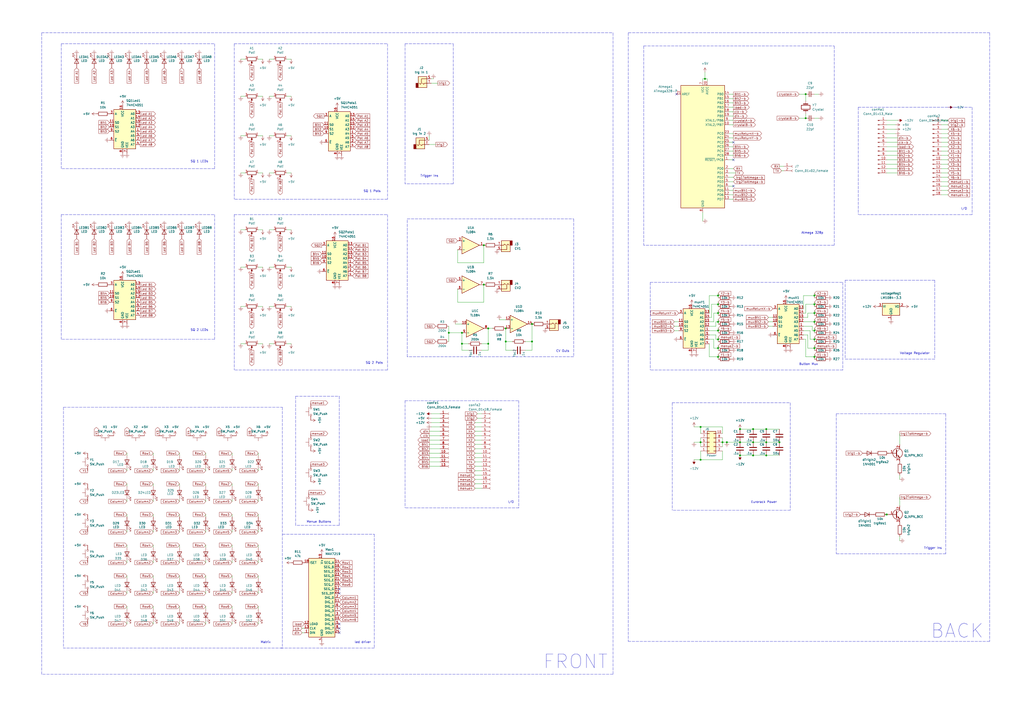
<source format=kicad_sch>
(kicad_sch (version 20211123) (generator eeschema)
  (paper "A2")
  (junction (at 429.26 256.54))
  (junction (at 293.37 198.12))
  (junction (at 416.56 191.77))
  (junction (at 416.56 196.85))
  (junction (at 467.36 54.61))
  (junction (at 421.64 256.54))
  (junction (at 467.36 68.58))
  (junction (at 416.56 171.45))
  (junction (at 267.97 199.39))
  (junction (at 283.21 190.5))
  (junction (at 436.88 248.92))
  (junction (at 452.12 256.54))
  (junction (at 408.94 45.72))
  (junction (at 416.56 186.69))
  (junction (at 472.44 201.93))
  (junction (at 472.44 191.77))
  (junction (at 429.26 264.16))
  (junction (at 429.26 248.92))
  (junction (at 472.44 171.45))
  (junction (at 436.88 264.16))
  (junction (at 472.44 181.61))
  (junction (at 406.4 266.7))
  (junction (at 293.37 190.5))
  (junction (at 444.5 248.92))
  (junction (at 406.4 256.54))
  (junction (at 280.67 142.24))
  (junction (at 260.35 193.04))
  (junction (at 308.61 198.12))
  (junction (at 280.67 165.1))
  (junction (at 416.56 201.93))
  (junction (at 416.56 207.01))
  (junction (at 472.44 186.69))
  (junction (at 267.97 193.04))
  (junction (at 436.88 256.54))
  (junction (at 283.21 199.39))
  (junction (at 444.5 264.16))
  (junction (at 444.5 256.54))
  (junction (at 472.44 196.85))
  (junction (at 514.35 298.45))
  (junction (at 472.44 176.53))
  (junction (at 419.1 256.54))
  (junction (at 308.61 187.96))
  (junction (at 416.56 176.53))
  (junction (at 472.44 207.01))
  (junction (at 406.4 247.65))
  (junction (at 416.56 181.61))
  (no_connect (at 196.85 344.17))
  (no_connect (at 425.45 92.71))
  (no_connect (at 196.85 341.63))
  (no_connect (at 196.85 361.95))
  (no_connect (at 196.85 367.03))
  (no_connect (at 425.45 107.95))
  (no_connect (at 392.43 54.61))
  (no_connect (at 196.85 364.49))
  (no_connect (at 425.45 82.55))
  (wire (pts (xy 549.91 102.87) (xy 546.1 102.87)))
  (wire (pts (xy 414.02 201.93) (xy 416.56 201.93)))
  (wire (pts (xy 426.72 100.33) (xy 422.91 100.33)))
  (wire (pts (xy 472.44 171.45) (xy 472.44 170.18)))
  (wire (pts (xy 521.97 313.69) (xy 521.97 311.15)))
  (wire (pts (xy 419.1 251.46) (xy 419.1 247.65)))
  (wire (pts (xy 549.91 113.03) (xy 546.1 113.03)))
  (wire (pts (xy 411.48 171.45) (xy 416.56 171.45)))
  (wire (pts (xy 472.44 171.45) (xy 472.44 172.72)))
  (polyline (pts (xy 35.56 25.4) (xy 35.56 97.79)))
  (wire (pts (xy 519.43 77.47) (xy 514.35 77.47)))
  (polyline (pts (xy 24.13 19.05) (xy 355.6 19.05)))
  (wire (pts (xy 276.86 242.57) (xy 279.4 242.57)))
  (wire (pts (xy 175.26 367.03) (xy 176.53 367.03)))
  (wire (pts (xy 297.18 203.2) (xy 293.37 203.2)))
  (wire (pts (xy 248.92 262.89) (xy 255.27 262.89)))
  (wire (pts (xy 267.97 199.39) (xy 267.97 203.2)))
  (wire (pts (xy 520.7 69.85) (xy 514.35 69.85)))
  (wire (pts (xy 520.7 100.33) (xy 514.35 100.33)))
  (polyline (pts (xy 355.6 19.05) (xy 355.6 391.16)))
  (wire (pts (xy 520.7 87.63) (xy 514.35 87.63)))
  (wire (pts (xy 149.86 316.23) (xy 149.86 317.5)))
  (wire (pts (xy 251.46 45.72) (xy 250.19 45.72)))
  (wire (pts (xy 425.45 62.23) (xy 422.91 62.23)))
  (wire (pts (xy 255.27 252.73) (xy 248.92 252.73)))
  (wire (pts (xy 415.29 196.85) (xy 416.56 196.85)))
  (polyline (pts (xy 262.89 25.4) (xy 262.89 106.68)))
  (wire (pts (xy 414.02 196.85) (xy 414.02 201.93)))
  (wire (pts (xy 104.14 326.39) (xy 104.14 325.12)))
  (wire (pts (xy 248.92 255.27) (xy 255.27 255.27)))
  (wire (pts (xy 149.86 351.79) (xy 149.86 353.06)))
  (wire (pts (xy 472.44 186.69) (xy 472.44 187.96)))
  (wire (pts (xy 411.48 194.31) (xy 415.29 194.31)))
  (wire (pts (xy 156.21 55.88) (xy 158.75 55.88)))
  (wire (pts (xy 415.29 189.23) (xy 415.29 186.69)))
  (wire (pts (xy 280.67 175.26) (xy 280.67 165.1)))
  (polyline (pts (xy 458.47 295.91) (xy 389.89 295.91)))
  (wire (pts (xy 104.14 280.67) (xy 104.14 281.94)))
  (wire (pts (xy 265.43 175.26) (xy 280.67 175.26)))
  (wire (pts (xy 406.4 256.54) (xy 406.4 259.08)))
  (wire (pts (xy 88.9 273.05) (xy 88.9 271.78)))
  (wire (pts (xy 283.21 190.5) (xy 285.75 190.5)))
  (wire (pts (xy 436.88 248.92) (xy 444.5 248.92)))
  (wire (pts (xy 445.77 186.69) (xy 448.31 186.69)))
  (wire (pts (xy 468.63 201.93) (xy 472.44 201.93)))
  (wire (pts (xy 275.59 247.65) (xy 279.4 247.65)))
  (polyline (pts (xy 490.22 162.56) (xy 542.29 162.56)))
  (polyline (pts (xy 236.22 127) (xy 332.74 127)))
  (wire (pts (xy 275.59 278.13) (xy 279.4 278.13)))
  (wire (pts (xy 275.59 265.43) (xy 279.4 265.43)))
  (wire (pts (xy 444.5 264.16) (xy 452.12 264.16)))
  (polyline (pts (xy 389.89 233.68) (xy 458.47 233.68)))
  (wire (pts (xy 168.91 55.88) (xy 166.37 55.88)))
  (wire (pts (xy 416.56 190.5) (xy 416.56 191.77)))
  (wire (pts (xy 411.48 186.69) (xy 414.02 186.69)))
  (wire (pts (xy 549.91 107.95) (xy 546.1 107.95)))
  (wire (pts (xy 250.19 242.57) (xy 255.27 242.57)))
  (wire (pts (xy 467.36 207.01) (xy 472.44 207.01)))
  (wire (pts (xy 414.02 181.61) (xy 416.56 181.61)))
  (polyline (pts (xy 262.89 106.68) (xy 234.95 106.68)))
  (wire (pts (xy 134.62 298.45) (xy 134.62 299.72)))
  (polyline (pts (xy 234.95 25.4) (xy 234.95 106.68)))
  (wire (pts (xy 425.45 92.71) (xy 422.91 92.71)))
  (wire (pts (xy 248.92 260.35) (xy 255.27 260.35)))
  (wire (pts (xy 416.56 207.01) (xy 416.56 205.74)))
  (wire (pts (xy 149.86 326.39) (xy 149.86 325.12)))
  (wire (pts (xy 416.56 186.69) (xy 416.56 187.96)))
  (wire (pts (xy 104.14 351.79) (xy 104.14 353.06)))
  (wire (pts (xy 444.5 256.54) (xy 452.12 256.54)))
  (wire (pts (xy 410.21 46.99) (xy 410.21 45.72)))
  (wire (pts (xy 149.86 273.05) (xy 149.86 271.78)))
  (polyline (pts (xy 234.95 232.41) (xy 234.95 294.64)))
  (wire (pts (xy 252.73 83.82) (xy 248.92 83.82)))
  (wire (pts (xy 104.14 316.23) (xy 104.14 317.5)))
  (wire (pts (xy 139.7 199.39) (xy 142.24 199.39)))
  (wire (pts (xy 149.86 361.95) (xy 149.86 360.68)))
  (wire (pts (xy 402.59 256.54) (xy 406.4 256.54)))
  (wire (pts (xy 156.21 133.35) (xy 158.75 133.35)))
  (wire (pts (xy 134.62 308.61) (xy 134.62 307.34)))
  (wire (pts (xy 425.45 97.79) (xy 422.91 97.79)))
  (wire (pts (xy 415.29 186.69) (xy 416.56 186.69)))
  (wire (pts (xy 407.67 45.72) (xy 408.94 45.72)))
  (wire (pts (xy 248.92 257.81) (xy 255.27 257.81)))
  (wire (pts (xy 88.9 298.45) (xy 88.9 299.72)))
  (wire (pts (xy 139.7 154.94) (xy 142.24 154.94)))
  (wire (pts (xy 119.38 316.23) (xy 119.38 317.5)))
  (wire (pts (xy 134.62 334.01) (xy 134.62 335.28)))
  (wire (pts (xy 119.38 290.83) (xy 119.38 289.56)))
  (wire (pts (xy 521.97 288.29) (xy 521.97 293.37)))
  (polyline (pts (xy 300.99 232.41) (xy 300.99 294.64)))
  (wire (pts (xy 466.09 189.23) (xy 471.17 189.23)))
  (polyline (pts (xy 224.79 25.4) (xy 224.79 115.57)))
  (wire (pts (xy 520.7 95.25) (xy 514.35 95.25)))
  (wire (pts (xy 425.45 57.15) (xy 422.91 57.15)))
  (wire (pts (xy 265.43 152.4) (xy 280.67 152.4)))
  (wire (pts (xy 168.91 199.39) (xy 166.37 199.39)))
  (wire (pts (xy 421.64 256.54) (xy 429.26 256.54)))
  (polyline (pts (xy 355.6 391.16) (xy 24.13 391.16)))
  (polyline (pts (xy 35.56 124.46) (xy 35.56 196.85)))
  (wire (pts (xy 275.59 245.11) (xy 279.4 245.11)))
  (wire (pts (xy 139.7 177.8) (xy 142.24 177.8)))
  (wire (pts (xy 104.14 308.61) (xy 104.14 307.34)))
  (polyline (pts (xy 224.79 214.63) (xy 135.89 214.63)))
  (wire (pts (xy 429.26 256.54) (xy 436.88 256.54)))
  (wire (pts (xy 514.35 82.55) (xy 520.7 82.55)))
  (wire (pts (xy 119.38 308.61) (xy 119.38 307.34)))
  (wire (pts (xy 119.38 334.01) (xy 119.38 335.28)))
  (wire (pts (xy 139.7 55.88) (xy 142.24 55.88)))
  (wire (pts (xy 466.09 184.15) (xy 468.63 184.15)))
  (wire (pts (xy 425.45 85.09) (xy 422.91 85.09)))
  (wire (pts (xy 416.56 185.42) (xy 416.56 186.69)))
  (wire (pts (xy 134.62 351.79) (xy 134.62 353.06)))
  (wire (pts (xy 411.48 184.15) (xy 412.75 184.15)))
  (polyline (pts (xy 163.83 236.22) (xy 163.83 375.92)))
  (wire (pts (xy 463.55 54.61) (xy 467.36 54.61)))
  (wire (pts (xy 467.36 196.85) (xy 467.36 207.01)))
  (wire (pts (xy 549.91 110.49) (xy 546.1 110.49)))
  (wire (pts (xy 416.56 196.85) (xy 416.56 195.58)))
  (wire (pts (xy 444.5 248.92) (xy 452.12 248.92)))
  (wire (pts (xy 416.56 171.45) (xy 416.56 172.72)))
  (wire (pts (xy 168.91 100.33) (xy 166.37 100.33)))
  (wire (pts (xy 250.19 240.03) (xy 255.27 240.03)))
  (wire (pts (xy 472.44 207.01) (xy 472.44 205.74)))
  (wire (pts (xy 308.61 198.12) (xy 308.61 203.2)))
  (polyline (pts (xy 124.46 97.79) (xy 35.56 97.79)))
  (wire (pts (xy 515.62 262.89) (xy 514.35 262.89)))
  (wire (pts (xy 549.91 85.09) (xy 546.1 85.09)))
  (wire (pts (xy 425.45 113.03) (xy 422.91 113.03)))
  (wire (pts (xy 73.66 316.23) (xy 73.66 317.5)))
  (wire (pts (xy 425.45 115.57) (xy 422.91 115.57)))
  (wire (pts (xy 411.48 196.85) (xy 414.02 196.85)))
  (wire (pts (xy 391.16 189.23) (xy 393.7 189.23)))
  (wire (pts (xy 472.44 176.53) (xy 472.44 175.26)))
  (wire (pts (xy 466.09 191.77) (xy 469.9 191.77)))
  (wire (pts (xy 104.14 334.01) (xy 104.14 335.28)))
  (wire (pts (xy 139.7 78.74) (xy 142.24 78.74)))
  (polyline (pts (xy 485.14 240.03) (xy 548.64 240.03)))
  (polyline (pts (xy 548.64 240.03) (xy 548.64 321.31)))
  (wire (pts (xy 445.77 189.23) (xy 448.31 189.23)))
  (polyline (pts (xy 196.85 229.87) (xy 196.85 304.8)))
  (wire (pts (xy 156.21 34.29) (xy 158.75 34.29)))
  (polyline (pts (xy 563.88 62.23) (xy 563.88 124.46)))
  (wire (pts (xy 407.67 128.27) (xy 407.67 123.19)))
  (wire (pts (xy 275.59 275.59) (xy 279.4 275.59)))
  (wire (pts (xy 119.38 298.45) (xy 119.38 299.72)))
  (wire (pts (xy 425.45 77.47) (xy 422.91 77.47)))
  (wire (pts (xy 149.86 262.89) (xy 149.86 264.16)))
  (wire (pts (xy 156.21 78.74) (xy 158.75 78.74)))
  (polyline (pts (xy 542.29 208.28) (xy 490.22 208.28)))
  (wire (pts (xy 416.56 175.26) (xy 416.56 176.53)))
  (wire (pts (xy 416.56 181.61) (xy 416.56 180.34)))
  (wire (pts (xy 472.44 196.85) (xy 472.44 198.12)))
  (wire (pts (xy 521.97 251.46) (xy 521.97 257.81)))
  (wire (pts (xy 134.62 290.83) (xy 134.62 289.56)))
  (wire (pts (xy 275.59 260.35) (xy 279.4 260.35)))
  (wire (pts (xy 104.14 344.17) (xy 104.14 342.9)))
  (wire (pts (xy 419.1 254) (xy 419.1 256.54)))
  (wire (pts (xy 104.14 290.83) (xy 104.14 289.56)))
  (wire (pts (xy 391.16 191.77) (xy 393.7 191.77)))
  (wire (pts (xy 474.98 68.58) (xy 472.44 68.58)))
  (polyline (pts (xy 332.74 207.01) (xy 236.22 207.01)))
  (wire (pts (xy 73.66 334.01) (xy 73.66 335.28)))
  (wire (pts (xy 104.14 262.89) (xy 104.14 264.16)))
  (wire (pts (xy 104.14 298.45) (xy 104.14 299.72)))
  (polyline (pts (xy 234.95 25.4) (xy 262.89 25.4)))
  (wire (pts (xy 421.64 256.54) (xy 419.1 256.54)))
  (wire (pts (xy 88.9 308.61) (xy 88.9 307.34)))
  (wire (pts (xy 411.48 181.61) (xy 411.48 171.45)))
  (wire (pts (xy 104.14 361.95) (xy 104.14 360.68)))
  (wire (pts (xy 250.19 247.65) (xy 255.27 247.65)))
  (wire (pts (xy 416.56 176.53) (xy 416.56 177.8)))
  (wire (pts (xy 119.38 351.79) (xy 119.38 353.06)))
  (wire (pts (xy 149.86 280.67) (xy 149.86 281.94)))
  (wire (pts (xy 436.88 264.16) (xy 444.5 264.16)))
  (wire (pts (xy 472.44 207.01) (xy 472.44 208.28)))
  (wire (pts (xy 139.7 100.33) (xy 142.24 100.33)))
  (polyline (pts (xy 548.64 321.31) (xy 485.14 321.31)))
  (wire (pts (xy 88.9 316.23) (xy 88.9 317.5)))
  (wire (pts (xy 152.4 133.35) (xy 149.86 133.35)))
  (wire (pts (xy 549.91 69.85) (xy 546.1 69.85)))
  (polyline (pts (xy 485.14 240.03) (xy 485.14 321.31)))
  (wire (pts (xy 425.45 82.55) (xy 422.91 82.55)))
  (wire (pts (xy 406.4 266.7) (xy 419.1 266.7)))
  (polyline (pts (xy 236.22 207.01) (xy 236.22 127)))
  (wire (pts (xy 175.26 364.49) (xy 176.53 364.49)))
  (wire (pts (xy 416.56 181.61) (xy 416.56 182.88)))
  (wire (pts (xy 468.63 181.61) (xy 472.44 181.61)))
  (wire (pts (xy 425.45 80.01) (xy 422.91 80.01)))
  (polyline (pts (xy 163.83 309.88) (xy 217.17 309.88)))
  (polyline (pts (xy 124.46 25.4) (xy 124.46 97.79)))
  (wire (pts (xy 134.62 344.17) (xy 134.62 342.9)))
  (wire (pts (xy 275.59 250.19) (xy 279.4 250.19)))
  (wire (pts (xy 472.44 176.53) (xy 472.44 177.8)))
  (wire (pts (xy 410.21 45.72) (xy 408.94 45.72)))
  (wire (pts (xy 549.91 95.25) (xy 546.1 95.25)))
  (wire (pts (xy 468.63 184.15) (xy 468.63 181.61)))
  (polyline (pts (xy 36.83 236.22) (xy 36.83 375.92)))
  (wire (pts (xy 469.9 191.77) (xy 469.9 196.85)))
  (wire (pts (xy 425.45 67.31) (xy 422.91 67.31)))
  (wire (pts (xy 156.21 154.94) (xy 158.75 154.94)))
  (wire (pts (xy 248.92 270.51) (xy 255.27 270.51)))
  (wire (pts (xy 466.09 179.07) (xy 466.09 171.45)))
  (polyline (pts (xy 458.47 233.68) (xy 458.47 295.91)))
  (wire (pts (xy 425.45 59.69) (xy 422.91 59.69)))
  (wire (pts (xy 474.98 54.61) (xy 472.44 54.61)))
  (wire (pts (xy 416.56 170.18) (xy 416.56 171.45)))
  (wire (pts (xy 279.4 203.2) (xy 283.21 203.2)))
  (wire (pts (xy 416.56 201.93) (xy 416.56 203.2)))
  (wire (pts (xy 260.35 193.04) (xy 267.97 193.04)))
  (wire (pts (xy 471.17 191.77) (xy 472.44 191.77)))
  (wire (pts (xy 149.86 334.01) (xy 149.86 335.28)))
  (polyline (pts (xy 364.49 19.05) (xy 574.04 19.05)))
  (wire (pts (xy 293.37 203.2) (xy 293.37 198.12)))
  (wire (pts (xy 309.88 187.96) (xy 308.61 187.96)))
  (wire (pts (xy 425.45 110.49) (xy 422.91 110.49)))
  (wire (pts (xy 429.26 264.16) (xy 436.88 264.16)))
  (wire (pts (xy 250.19 245.11) (xy 255.27 245.11)))
  (wire (pts (xy 520.7 85.09) (xy 514.35 85.09)))
  (polyline (pts (xy 574.04 19.05) (xy 574.04 372.11)))
  (wire (pts (xy 88.9 351.79) (xy 88.9 353.06)))
  (wire (pts (xy 156.21 199.39) (xy 158.75 199.39)))
  (wire (pts (xy 467.36 54.61) (xy 467.36 58.42)))
  (wire (pts (xy 521.97 278.13) (xy 521.97 275.59)))
  (polyline (pts (xy 24.13 391.16) (xy 24.13 19.05)))
  (wire (pts (xy 419.1 247.65) (xy 406.4 247.65)))
  (wire (pts (xy 152.4 34.29) (xy 149.86 34.29)))
  (wire (pts (xy 88.9 361.95) (xy 88.9 360.68)))
  (wire (pts (xy 168.91 154.94) (xy 166.37 154.94)))
  (wire (pts (xy 73.66 290.83) (xy 73.66 289.56)))
  (polyline (pts (xy 224.79 124.46) (xy 224.79 214.63)))
  (wire (pts (xy 549.91 74.93) (xy 546.1 74.93)))
  (wire (pts (xy 436.88 256.54) (xy 444.5 256.54)))
  (wire (pts (xy 416.56 196.85) (xy 416.56 198.12)))
  (wire (pts (xy 168.91 78.74) (xy 166.37 78.74)))
  (wire (pts (xy 549.91 80.01) (xy 546.1 80.01)))
  (wire (pts (xy 134.62 262.89) (xy 134.62 264.16)))
  (wire (pts (xy 453.39 99.06) (xy 454.66 99.06)))
  (wire (pts (xy 520.7 90.17) (xy 514.35 90.17)))
  (wire (pts (xy 149.86 298.45) (xy 149.86 299.72)))
  (wire (pts (xy 275.59 255.27) (xy 279.4 255.27)))
  (wire (pts (xy 425.45 72.39) (xy 422.91 72.39)))
  (wire (pts (xy 275.59 252.73) (xy 279.4 252.73)))
  (wire (pts (xy 472.44 181.61) (xy 472.44 182.88)))
  (polyline (pts (xy 224.79 115.57) (xy 135.89 115.57)))
  (wire (pts (xy 466.09 181.61) (xy 467.36 181.61)))
  (wire (pts (xy 73.66 308.61) (xy 73.66 307.34)))
  (wire (pts (xy 425.45 107.95) (xy 422.91 107.95)))
  (wire (pts (xy 297.18 198.12) (xy 293.37 198.12)))
  (wire (pts (xy 425.45 87.63) (xy 422.91 87.63)))
  (polyline (pts (xy 488.95 214.63) (xy 377.19 214.63)))
  (wire (pts (xy 472.44 185.42) (xy 472.44 186.69)))
  (wire (pts (xy 119.38 262.89) (xy 119.38 264.16)))
  (wire (pts (xy 152.4 100.33) (xy 149.86 100.33)))
  (wire (pts (xy 416.56 207.01) (xy 416.56 208.28)))
  (wire (pts (xy 466.09 171.45) (xy 472.44 171.45)))
  (wire (pts (xy 88.9 280.67) (xy 88.9 281.94)))
  (wire (pts (xy 134.62 316.23) (xy 134.62 317.5)))
  (wire (pts (xy 466.09 196.85) (xy 467.36 196.85)))
  (wire (pts (xy 283.21 199.39) (xy 283.21 190.5)))
  (wire (pts (xy 139.7 34.29) (xy 142.24 34.29)))
  (wire (pts (xy 260.35 193.04) (xy 260.35 198.12)))
  (wire (pts (xy 411.48 189.23) (xy 415.29 189.23)))
  (polyline (pts (xy 364.49 19.05) (xy 364.49 372.11)))
  (polyline (pts (xy 135.89 124.46) (xy 135.89 214.63)))
  (wire (pts (xy 463.55 68.58) (xy 467.36 68.58)))
  (wire (pts (xy 88.9 262.89) (xy 88.9 264.16)))
  (wire (pts (xy 549.91 77.47) (xy 546.1 77.47)))
  (wire (pts (xy 119.38 280.67) (xy 119.38 281.94)))
  (polyline (pts (xy 163.83 375.92) (xy 36.83 375.92)))
  (wire (pts (xy 119.38 273.05) (xy 119.38 271.78)))
  (wire (pts (xy 406.4 247.65) (xy 406.4 251.46)))
  (polyline (pts (xy 135.89 25.4) (xy 135.89 115.57)))
  (polyline (pts (xy 35.56 124.46) (xy 124.46 124.46)))
  (wire (pts (xy 152.4 177.8) (xy 149.86 177.8)))
  (wire (pts (xy 88.9 290.83) (xy 88.9 289.56)))
  (wire (pts (xy 415.29 194.31) (xy 415.29 196.85)))
  (wire (pts (xy 248.92 265.43) (xy 255.27 265.43)))
  (polyline (pts (xy 217.17 309.88) (xy 217.17 375.92)))
  (wire (pts (xy 73.66 361.95) (xy 73.66 360.68)))
  (polyline (pts (xy 171.45 229.87) (xy 196.85 229.87)))
  (wire (pts (xy 104.14 273.05) (xy 104.14 271.78)))
  (wire (pts (xy 419.1 256.54) (xy 419.1 259.08)))
  (polyline (pts (xy 35.56 25.4) (xy 124.46 25.4)))
  (wire (pts (xy 73.66 351.79) (xy 73.66 353.06)))
  (wire (pts (xy 519.43 72.39) (xy 514.35 72.39)))
  (wire (pts (xy 412.75 184.15) (xy 412.75 176.53)))
  (wire (pts (xy 149.86 290.83) (xy 149.86 289.56)))
  (wire (pts (xy 467.36 181.61) (xy 467.36 176.53)))
  (wire (pts (xy 466.09 186.69) (xy 472.44 186.69)))
  (wire (pts (xy 139.7 133.35) (xy 142.24 133.35)))
  (polyline (pts (xy 196.85 304.8) (xy 171.45 304.8)))
  (wire (pts (xy 119.38 344.17) (xy 119.38 342.9)))
  (polyline (pts (xy 234.95 232.41) (xy 300.99 232.41)))
  (wire (pts (xy 391.16 186.69) (xy 393.7 186.69)))
  (wire (pts (xy 260.35 189.23) (xy 260.35 193.04)))
  (wire (pts (xy 425.45 105.41) (xy 422.91 105.41)))
  (wire (pts (xy 472.44 191.77) (xy 472.44 190.5)))
  (wire (pts (xy 472.44 201.93) (xy 472.44 200.66)))
  (wire (pts (xy 519.43 74.93) (xy 514.35 74.93)))
  (wire (pts (xy 267.97 203.2) (xy 271.78 203.2)))
  (wire (pts (xy 416.56 200.66) (xy 416.56 201.93)))
  (wire (pts (xy 152.4 154.94) (xy 149.86 154.94)))
  (polyline (pts (xy 483.87 142.24) (xy 373.38 142.24)))
  (wire (pts (xy 411.48 191.77) (xy 416.56 191.77)))
  (wire (pts (xy 264.16 187.96) (xy 267.97 187.96)))
  (wire (pts (xy 255.27 250.19) (xy 248.92 250.19)))
  (polyline (pts (xy 171.45 229.87) (xy 171.45 304.8)))
  (wire (pts (xy 149.86 344.17) (xy 149.86 342.9)))
  (wire (pts (xy 416.56 191.77) (xy 416.56 193.04)))
  (wire (pts (xy 280.67 152.4) (xy 280.67 142.24)))
  (wire (pts (xy 445.77 184.15) (xy 448.31 184.15)))
  (wire (pts (xy 549.91 72.39) (xy 546.1 72.39)))
  (wire (pts (xy 73.66 298.45) (xy 73.66 299.72)))
  (wire (pts (xy 425.45 54.61) (xy 422.91 54.61)))
  (wire (pts (xy 248.92 81.28) (xy 248.92 78.74)))
  (wire (pts (xy 408.94 45.72) (xy 408.94 41.91)))
  (wire (pts (xy 520.7 97.79) (xy 514.35 97.79)))
  (polyline (pts (xy 124.46 196.85) (xy 35.56 196.85)))
  (wire (pts (xy 425.45 102.87) (xy 422.91 102.87)))
  (polyline (pts (xy 373.38 26.67) (xy 483.87 26.67)))
  (wire (pts (xy 514.35 80.01) (xy 520.7 80.01)))
  (wire (pts (xy 411.48 199.39) (xy 411.48 207.01)))
  (wire (pts (xy 267.97 199.39) (xy 271.78 199.39)))
  (wire (pts (xy 402.59 266.7) (xy 406.4 266.7)))
  (wire (pts (xy 549.91 87.63) (xy 546.1 87.63)))
  (wire (pts (xy 406.4 261.62) (xy 406.4 266.7)))
  (wire (pts (xy 275.59 262.89) (xy 279.4 262.89)))
  (wire (pts (xy 119.38 361.95) (xy 119.38 360.68)))
  (wire (pts (xy 149.86 308.61) (xy 149.86 307.34)))
  (wire (pts (xy 471.17 189.23) (xy 471.17 191.77)))
  (wire (pts (xy 152.4 55.88) (xy 149.86 55.88)))
  (wire (pts (xy 88.9 334.01) (xy 88.9 335.28)))
  (polyline (pts (xy 332.74 127) (xy 332.74 207.01)))
  (wire (pts (xy 168.91 34.29) (xy 166.37 34.29)))
  (wire (pts (xy 134.62 326.39) (xy 134.62 325.12)))
  (wire (pts (xy 468.63 194.31) (xy 468.63 201.93)))
  (polyline (pts (xy 36.83 236.22) (xy 163.83 236.22)))
  (wire (pts (xy 168.91 133.35) (xy 166.37 133.35)))
  (wire (pts (xy 134.62 273.05) (xy 134.62 271.78)))
  (wire (pts (xy 414.02 186.69) (xy 414.02 181.61)))
  (polyline (pts (xy 377.19 163.83) (xy 488.95 163.83)))
  (wire (pts (xy 73.66 344.17) (xy 73.66 342.9)))
  (wire (pts (xy 472.44 191.77) (xy 472.44 193.04)))
  (wire (pts (xy 467.36 66.04) (xy 467.36 68.58)))
  (wire (pts (xy 275.59 280.67) (xy 279.4 280.67)))
  (wire (pts (xy 73.66 262.89) (xy 73.66 264.16)))
  (wire (pts (xy 520.7 92.71) (xy 514.35 92.71)))
  (polyline (pts (xy 490.22 162.56) (xy 490.22 208.28)))
  (wire (pts (xy 304.8 198.12) (xy 308.61 198.12)))
  (polyline (pts (xy 563.88 124.46) (xy 497.84 124.46)))
  (wire (pts (xy 514.35 298.45) (xy 513.08 298.45)))
  (wire (pts (xy 265.43 167.64) (xy 265.43 175.26)))
  (wire (pts (xy 549.91 92.71) (xy 546.1 92.71)))
  (wire (pts (xy 472.44 201.93) (xy 472.44 203.2)))
  (wire (pts (xy 254 48.26) (xy 250.19 48.26)))
  (wire (pts (xy 265.43 144.78) (xy 265.43 152.4)))
  (wire (pts (xy 88.9 326.39) (xy 88.9 325.12)))
  (wire (pts (xy 168.91 177.8) (xy 166.37 177.8)))
  (wire (pts (xy 425.45 64.77) (xy 422.91 64.77)))
  (polyline (pts (xy 124.46 124.46) (xy 124.46 196.85)))
  (polyline (pts (xy 488.95 163.83) (xy 488.95 214.63)))
  (wire (pts (xy 248.92 267.97) (xy 255.27 267.97)))
  (wire (pts (xy 308.61 203.2) (xy 304.8 203.2)))
  (wire (pts (xy 275.59 273.05) (xy 279.4 273.05)))
  (wire (pts (xy 308.61 187.96) (xy 308.61 198.12)))
  (wire (pts (xy 469.9 196.85) (xy 472.44 196.85)))
  (wire (pts (xy 73.66 280.67) (xy 73.66 281.94)))
  (polyline (pts (xy 377.19 163.83) (xy 377.19 214.63)))
  (polyline (pts (xy 389.89 233.68) (xy 389.89 295.91)))
  (polyline (pts (xy 217.17 375.92) (xy 162.56 375.92)))
  (wire (pts (xy 411.48 207.01) (xy 416.56 207.01)))
  (wire (pts (xy 407.67 46.99) (xy 407.67 45.72)))
  (wire (pts (xy 467.36 176.53) (xy 472.44 176.53)))
  (wire (pts (xy 289.56 185.42) (xy 293.37 185.42)))
  (wire (pts (xy 472.44 181.61) (xy 472.44 180.34)))
  (polyline (pts (xy 135.89 124.46) (xy 224.79 124.46)))
  (polyline (pts (xy 497.84 62.23) (xy 497.84 124.46)))
  (wire (pts (xy 293.37 198.12) (xy 293.37 190.5)))
  (wire (pts (xy 549.91 90.17) (xy 546.1 90.17)))
  (wire (pts (xy 88.9 344.17) (xy 88.9 342.9)))
  (wire (pts (xy 472.44 196.85) (xy 472.44 195.58)))
  (polyline (pts (xy 497.84 62.23) (xy 563.88 62.23)))
  (polyline (pts (xy 542.29 162.56) (xy 542.29 208.28)))
  (wire (pts (xy 73.66 326.39) (xy 73.66 325.12)))
  (polyline (pts (xy 300.99 294.64) (xy 234.95 294.64)))
  (wire (pts (xy 419.1 266.7) (xy 419.1 261.62)))
  (polyline (pts (xy 373.38 26.67) (xy 373.38 142.24)))
  (wire (pts (xy 549.91 97.79) (xy 546.1 97.79)))
  (wire (pts (xy 406.4 254) (xy 406.4 256.54)))
  (polyline (pts (xy 483.87 26.67) (xy 483.87 142.24)))
  (wire (pts (xy 466.09 194.31) (xy 468.63 194.31)))
  (wire (pts (xy 275.59 270.51) (xy 279.4 270.51)))
  (wire (pts (xy 549.91 105.41) (xy 546.1 105.41)))
  (wire (pts (xy 412.75 176.53) (xy 416.56 176.53)))
  (wire (pts (xy 425.45 69.85) (xy 422.91 69.85)))
  (wire (pts (xy 549.91 82.55) (xy 546.1 82.55)))
  (wire (pts (xy 267.97 193.04) (xy 267.97 199.39)))
  (polyline (pts (xy 574.04 372.11) (xy 364.49 372.11)))
  (wire (pts (xy 119.38 326.39) (xy 119.38 325.12)))
  (wire (pts (xy 425.45 90.17) (xy 422.91 90.17)))
  (wire (pts (xy 73.66 273.05) (xy 73.66 271.78)))
  (wire (pts (xy 452.12 96.52) (xy 454.66 96.52)))
  (wire (pts (xy 275.59 257.81) (xy 279.4 257.81)))
  (wire (pts (xy 156.21 100.33) (xy 158.75 100.33)))
  (wire (pts (xy 152.4 78.74) (xy 149.86 78.74)))
  (wire (pts (xy 275.59 283.21) (xy 279.4 283.21)))
  (polyline (pts (xy 135.89 25.4) (xy 224.79 25.4)))
  (wire (pts (xy 134.62 280.67) (xy 134.62 281.94)))
  (wire (pts (xy 134.62 361.95) (xy 134.62 360.68)))
  (wire (pts (xy 276.86 240.03) (xy 279.4 240.03)))
  (wire (pts (xy 402.59 247.65) (xy 406.4 247.65)))
  (wire (pts (xy 283.21 203.2) (xy 283.21 199.39)))
  (wire (pts (xy 429.26 248.92) (xy 436.88 248.92)))
  (wire (pts (xy 275.59 267.97) (xy 279.4 267.97)))
  (wire (pts (xy 279.4 199.39) (xy 283.21 199.39)))
  (wire (pts (xy 156.21 177.8) (xy 158.75 177.8)))
  (wire (pts (xy 549.91 100.33) (xy 546.1 100.33)))
  (wire (pts (xy 152.4 199.39) (xy 149.86 199.39)))
  (text "BACK\n" (at 539.75 370.84 0) (effects (font (size 8 8)) (justify left bottom)))
  (text "Voltage Regulator" (at 521.97 205.74 0) (effects (font (size 1.27 1.27)) (justify left bottom)))
  (text "SQ 2 Pots\n\n" (at 212.09 213.36 0) (effects (font (size 1.27 1.27)) (justify left bottom)))
  (text "led driver\n" (at 205.74 373.38 0) (effects (font (size 1.27 1.27)) (justify left bottom)))
  (text "Trigger Ins" (at 535.94 318.77 0) (effects (font (size 1.27 1.27)) (justify left bottom)))
  (text "FRONT" (at 314.96 388.62 0) (effects (font (size 8 8)) (justify left bottom)))
  (text "SQ 1 Pots\n" (at 210.82 111.76 0) (effects (font (size 1.27 1.27)) (justify left bottom)))
  (text "Eurorack Power" (at 435.61 292.1 0) (effects (font (size 1.27 1.27)) (justify left bottom)))
  (text "SQ 2 LEDs\n\n" (at 110.49 194.31 0) (effects (font (size 1.27 1.27)) (justify left bottom)))
  (text "Matrix" (at 151.13 373.38 0) (effects (font (size 1.27 1.27)) (justify left bottom)))
  (text "Atmega 328p\n" (at 464.82 135.89 0) (effects (font (size 1.27 1.27)) (justify left bottom)))
  (text "Button Mux\n" (at 463.55 212.09 0) (effects (font (size 1.27 1.27)) (justify left bottom)))
  (text "I/O\n" (at 557.53 121.92 0) (effects (font (size 1.27 1.27)) (justify left bottom)))
  (text "I/O\n" (at 294.64 292.1 0) (effects (font (size 1.27 1.27)) (justify left bottom)))
  (text "CV Outs" (at 322.58 204.47 0) (effects (font (size 1.27 1.27)) (justify left bottom)))
  (text "Menue Buttons" (at 177.8 303.53 0) (effects (font (size 1.27 1.27)) (justify left bottom)))
  (text "Trigger Ins" (at 243.84 102.87 0) (effects (font (size 1.27 1.27)) (justify left bottom)))
  (text "SQ 1 LEDs\n\n" (at 110.49 96.52 0) (effects (font (size 1.27 1.27)) (justify left bottom)))
  (global_label "Y2" (shape input) (at 275.59 262.89 180) (property "Referenzen zwischen Schaltplänen" "${INTERSHEET_REFS}" (effects hide)))
  (global_label "X1" (shape input) (at 275.59 257.81 180) (property "Referenzen zwischen Schaltplänen" "${INTERSHEET_REFS}" (effects hide)))
  (global_label "Row5" (shape input) (at 119.38 334.01 180) (property "Referenzen zwischen Schaltplänen" "${INTERSHEET_REFS}" (effects hide)))
  (global_label "Led B5" (shape output) (at 81.28 175.26 0) (property "Referenzen zwischen Schaltplänen" "${INTERSHEET_REFS}" (effects hide)))
  (global_label "Pot B5" (shape input) (at 204.47 152.4 0) (property "Referenzen zwischen Schaltplänen" "${INTERSHEET_REFS}" (effects hide)))
  (global_label "Column6" (shape input) (at 149.86 273.05 180) (property "Referenzen zwischen Schaltplänen" "${INTERSHEET_REFS}" (effects hide)))
  (global_label "X4-b" (shape input) (at 472.44 180.34 0) (property "Referenzen zwischen Schaltplänen" "${INTERSHEET_REFS}" (effects hide)))
  (global_label "Led A2" (shape output) (at 81.28 68.58 0) (property "Referenzen zwischen Schaltplänen" "${INTERSHEET_REFS}" (effects hide)))
  (global_label "Column4" (shape input) (at 119.38 344.17 180) (property "Referenzen zwischen Schaltplänen" "${INTERSHEET_REFS}" (effects hide)))
  (global_label "Column6" (shape input) (at 196.85 359.41 0) (property "Referenzen zwischen Schaltplänen" "${INTERSHEET_REFS}" (effects hide)))
  (global_label "Row5" (shape input) (at 88.9 334.01 180) (property "Referenzen zwischen Schaltplänen" "${INTERSHEET_REFS}" (effects hide)))
  (global_label "Column5" (shape input) (at 134.62 290.83 180) (property "Referenzen zwischen Schaltplänen" "${INTERSHEET_REFS}" (effects hide)))
  (global_label "clk" (shape output) (at 248.92 252.73 180) (property "Referenzen zwischen Schaltplänen" "${INTERSHEET_REFS}" (effects hide)))
  (global_label "Column3" (shape input) (at 104.14 273.05 180) (property "Referenzen zwischen Schaltplänen" "${INTERSHEET_REFS}" (effects hide)))
  (global_label "clk" (shape input) (at 175.26 364.49 180) (property "Referenzen zwischen Schaltplänen" "${INTERSHEET_REFS}" (effects hide)))
  (global_label "Row6" (shape input) (at 104.14 351.79 180) (property "Referenzen zwischen Schaltplänen" "${INTERSHEET_REFS}" (effects hide)))
  (global_label "Y5-b" (shape input) (at 416.56 185.42 0) (property "Referenzen zwischen Schaltplänen" "${INTERSHEET_REFS}" (effects hide)))
  (global_label "load-b" (shape output) (at 425.45 62.23 0) (property "Referenzen zwischen Schaltplänen" "${INTERSHEET_REFS}" (effects hide)))
  (global_label "din-b" (shape output) (at 520.7 80.01 0) (property "Referenzen zwischen Schaltplänen" "${INTERSHEET_REFS}" (effects hide)))
  (global_label "Row4" (shape input) (at 88.9 316.23 180) (property "Referenzen zwischen Schaltplänen" "${INTERSHEET_REFS}" (effects hide)))
  (global_label "X5-b" (shape input) (at 549.91 77.47 0) (property "Referenzen zwischen Schaltplänen" "${INTERSHEET_REFS}" (effects hide)))
  (global_label "muxBit2-b" (shape output) (at 425.45 113.03 0) (property "Referenzen zwischen Schaltplänen" "${INTERSHEET_REFS}" (effects hide)))
  (global_label "Y1" (shape output) (at 50.8 273.05 180) (property "Referenzen zwischen Schaltplänen" "${INTERSHEET_REFS}" (effects hide)))
  (global_label "Row4" (shape input) (at 73.66 316.23 180) (property "Referenzen zwischen Schaltplänen" "${INTERSHEET_REFS}" (effects hide)))
  (global_label "muxBit3-b" (shape input) (at 445.77 189.23 180) (property "Referenzen zwischen Schaltplänen" "${INTERSHEET_REFS}" (effects hide)))
  (global_label "RX" (shape input) (at 425.45 97.79 0) (property "Referenzen zwischen Schaltplänen" "${INTERSHEET_REFS}" (effects hide)))
  (global_label "Led B8" (shape output) (at 81.28 182.88 0) (property "Referenzen zwischen Schaltplänen" "${INTERSHEET_REFS}" (effects hide)))
  (global_label "muxBit1-b" (shape input) (at 445.77 184.15 180) (property "Referenzen zwischen Schaltplänen" "${INTERSHEET_REFS}" (effects hide)))
  (global_label "X3" (shape output) (at 91.44 252.73 90) (property "Referenzen zwischen Schaltplänen" "${INTERSHEET_REFS}" (effects hide)))
  (global_label "trig1" (shape output) (at 254 48.26 0) (property "Referenzen zwischen Schaltplänen" "${INTERSHEET_REFS}" (effects hide)))
  (global_label "Bit1" (shape output) (at 248.92 257.81 180) (property "Referenzen zwischen Schaltplänen" "${INTERSHEET_REFS}" (effects hide)))
  (global_label "Y5" (shape input) (at 275.59 270.51 180) (property "Referenzen zwischen Schaltplänen" "${INTERSHEET_REFS}" (effects hide)))
  (global_label "Y1-b" (shape input) (at 549.91 90.17 0) (property "Referenzen zwischen Schaltplänen" "${INTERSHEET_REFS}" (effects hide)))
  (global_label "Pot A5" (shape output) (at 146.05 82.55 270) (property "Referenzen zwischen Schaltplänen" "${INTERSHEET_REFS}" (effects hide)))
  (global_label "Bit3-b" (shape output) (at 520.7 92.71 0) (property "Referenzen zwischen Schaltplänen" "${INTERSHEET_REFS}" (effects hide)))
  (global_label "Row3" (shape input) (at 134.62 298.45 180) (property "Referenzen zwischen Schaltplänen" "${INTERSHEET_REFS}" (effects hide)))
  (global_label "Pot A3" (shape input) (at 205.74 72.39 0) (property "Referenzen zwischen Schaltplänen" "${INTERSHEET_REFS}" (effects hide)))
  (global_label "Pot A8" (shape input) (at 205.74 85.09 0) (property "Referenzen zwischen Schaltplänen" "${INTERSHEET_REFS}" (effects hide)))
  (global_label "Column3" (shape input) (at 104.14 361.95 180) (property "Referenzen zwischen Schaltplänen" "${INTERSHEET_REFS}" (effects hide)))
  (global_label "crystalA-b" (shape input) (at 463.55 54.61 180) (property "Referenzen zwischen Schaltplänen" "${INTERSHEET_REFS}" (effects hide)))
  (global_label "trig2-b" (shape input) (at 549.91 72.39 0) (property "Referenzen zwischen Schaltplänen" "${INTERSHEET_REFS}" (effects hide)))
  (global_label "load-b" (shape output) (at 520.7 85.09 0) (property "Referenzen zwischen Schaltplänen" "${INTERSHEET_REFS}" (effects hide)))
  (global_label "Led A1" (shape output) (at 81.28 66.04 0) (property "Referenzen zwischen Schaltplänen" "${INTERSHEET_REFS}" (effects hide)))
  (global_label "Y6-b" (shape input) (at 549.91 102.87 0) (property "Referenzen zwischen Schaltplänen" "${INTERSHEET_REFS}" (effects hide)))
  (global_label "Pot B8" (shape input) (at 204.47 160.02 0) (property "Referenzen zwischen Schaltplänen" "${INTERSHEET_REFS}" (effects hide)))
  (global_label "X2" (shape input) (at 275.59 255.27 180) (property "Referenzen zwischen Schaltplänen" "${INTERSHEET_REFS}" (effects hide)))
  (global_label "crystalB-b" (shape input) (at 463.55 68.58 180) (property "Referenzen zwischen Schaltplänen" "${INTERSHEET_REFS}" (effects hide)))
  (global_label "X6-b" (shape input) (at 549.91 74.93 0) (property "Referenzen zwischen Schaltplänen" "${INTERSHEET_REFS}" (effects hide)))
  (global_label "Bit5" (shape output) (at 248.92 267.97 180) (property "Referenzen zwischen Schaltplänen" "${INTERSHEET_REFS}" (effects hide)))
  (global_label "menue1" (shape output) (at 180.34 233.68 0) (property "Referenzen zwischen Schaltplänen" "${INTERSHEET_REFS}" (effects hide)))
  (global_label "Pot B4" (shape input) (at 204.47 149.86 0) (property "Referenzen zwischen Schaltplänen" "${INTERSHEET_REFS}" (effects hide)))
  (global_label "Row3" (shape input) (at 149.86 298.45 180) (property "Referenzen zwischen Schaltplänen" "${INTERSHEET_REFS}" (effects hide)))
  (global_label "TX" (shape input) (at 453.39 99.06 180) (property "Referenzen zwischen Schaltplänen" "${INTERSHEET_REFS}" (effects hide)))
  (global_label "Led A6" (shape input) (at 95.25 39.37 270) (property "Referenzen zwischen Schaltplänen" "${INTERSHEET_REFS}" (effects hide)))
  (global_label "Column4" (shape input) (at 119.38 290.83 180) (property "Referenzen zwischen Schaltplänen" "${INTERSHEET_REFS}" (effects hide)))
  (global_label "TX" (shape output) (at 426.72 100.33 0) (property "Referenzen zwischen Schaltplänen" "${INTERSHEET_REFS}" (effects hide)))
  (global_label "Pot A3" (shape output) (at 146.05 59.69 270) (property "Referenzen zwischen Schaltplänen" "${INTERSHEET_REFS}" (effects hide)))
  (global_label "Led A1" (shape input) (at 44.45 39.37 270) (property "Referenzen zwischen Schaltplänen" "${INTERSHEET_REFS}" (effects hide)))
  (global_label "Bit5-b" (shape output) (at 520.7 97.79 0) (property "Referenzen zwischen Schaltplänen" "${INTERSHEET_REFS}" (effects hide)))
  (global_label "Row5" (shape input) (at 149.86 334.01 180) (property "Referenzen zwischen Schaltplänen" "${INTERSHEET_REFS}" (effects hide)))
  (global_label "muxBit1-b" (shape input) (at 391.16 186.69 180) (property "Referenzen zwischen Schaltplänen" "${INTERSHEET_REFS}" (effects hide)))
  (global_label "Row4" (shape input) (at 134.62 316.23 180) (property "Referenzen zwischen Schaltplänen" "${INTERSHEET_REFS}" (effects hide)))
  (global_label "Bit2-b" (shape output) (at 520.7 90.17 0) (property "Referenzen zwischen Schaltplänen" "${INTERSHEET_REFS}" (effects hide)))
  (global_label "menue4" (shape input) (at 275.59 283.21 180) (property "Referenzen zwischen Schaltplänen" "${INTERSHEET_REFS}" (effects hide)))
  (global_label "Column4" (shape input) (at 119.38 361.95 180) (property "Referenzen zwischen Schaltplänen" "${INTERSHEET_REFS}" (effects hide)))
  (global_label "Column4" (shape input) (at 119.38 308.61 180) (property "Referenzen zwischen Schaltplänen" "${INTERSHEET_REFS}" (effects hide)))
  (global_label "Row3" (shape input) (at 73.66 298.45 180) (property "Referenzen zwischen Schaltplänen" "${INTERSHEET_REFS}" (effects hide)))
  (global_label "Row4" (shape input) (at 119.38 316.23 180) (property "Referenzen zwischen Schaltplänen" "${INTERSHEET_REFS}" (effects hide)))
  (global_label "Pot B7" (shape output) (at 146.05 203.2 270) (property "Referenzen zwischen Schaltplänen" "${INTERSHEET_REFS}" (effects hide)))
  (global_label "X3-b" (shape input) (at 549.91 82.55 0) (property "Referenzen zwischen Schaltplänen" "${INTERSHEET_REFS}" (effects hide)))
  (global_label "muxBit2-b" (shape input) (at 445.77 186.69 180) (property "Referenzen zwischen Schaltplänen" "${INTERSHEET_REFS}" (effects hide)))
  (global_label "menue3-b" (shape input) (at 549.91 110.49 0) (property "Referenzen zwischen Schaltplänen" "${INTERSHEET_REFS}" (effects hide)))
  (global_label "X5" (shape input) (at 275.59 247.65 180) (property "Referenzen zwischen Schaltplänen" "${INTERSHEET_REFS}" (effects hide)))
  (global_label "Column5" (shape input) (at 134.62 344.17 180) (property "Referenzen zwischen Schaltplänen" "${INTERSHEET_REFS}" (effects hide)))
  (global_label "Bit1" (shape input) (at 187.96 72.39 180) (property "Referenzen zwischen Schaltplänen" "${INTERSHEET_REFS}" (effects hide)))
  (global_label "X2" (shape output) (at 73.66 252.73 90) (property "Referenzen zwischen Schaltplänen" "${INTERSHEET_REFS}" (effects hide)))
  (global_label "Row6" (shape input) (at 119.38 351.79 180) (property "Referenzen zwischen Schaltplänen" "${INTERSHEET_REFS}" (effects hide)))
  (global_label "Bit1-b" (shape output) (at 425.45 54.61 0) (property "Referenzen zwischen Schaltplänen" "${INTERSHEET_REFS}" (effects hide)))
  (global_label "trig2-b" (shape input) (at 499.11 298.45 180) (property "Referenzen zwischen Schaltplänen" "${INTERSHEET_REFS}" (effects hide)))
  (global_label "Column5" (shape input) (at 134.62 326.39 180) (property "Referenzen zwischen Schaltplänen" "${INTERSHEET_REFS}" (effects hide)))
  (global_label "Y6-b" (shape input) (at 416.56 190.5 0) (property "Referenzen zwischen Schaltplänen" "${INTERSHEET_REFS}" (effects hide)))
  (global_label "Y2-b" (shape input) (at 416.56 170.18 0) (property "Referenzen zwischen Schaltplänen" "${INTERSHEET_REFS}" (effects hide)))
  (global_label "Y6" (shape input) (at 275.59 273.05 180) (property "Referenzen zwischen Schaltplänen" "${INTERSHEET_REFS}" (effects hide)))
  (global_label "Column6" (shape input) (at 149.86 344.17 180) (property "Referenzen zwischen Schaltplänen" "${INTERSHEET_REFS}" (effects hide)))
  (global_label "menue4" (shape output) (at 179.07 285.75 0) (property "Referenzen zwischen Schaltplänen" "${INTERSHEET_REFS}" (effects hide)))
  (global_label "Row2" (shape input) (at 88.9 280.67 180) (property "Referenzen zwischen Schaltplänen" "${INTERSHEET_REFS}" (effects hide)))
  (global_label "Y3" (shape output) (at 50.8 308.61 180) (property "Referenzen zwischen Schaltplänen" "${INTERSHEET_REFS}" (effects hide)))
  (global_label "trig1" (shape input) (at 276.86 240.03 180) (property "Referenzen zwischen Schaltplänen" "${INTERSHEET_REFS}" (effects hide)))
  (global_label "Led A2" (shape input) (at 54.61 39.37 270) (property "Referenzen zwischen Schaltplänen" "${INTERSHEET_REFS}" (effects hide)))
  (global_label "Led B3" (shape output) (at 81.28 170.18 0) (property "Referenzen zwischen Schaltplänen" "${INTERSHEET_REFS}" (effects hide)))
  (global_label "Bit6-b" (shape output) (at 520.7 100.33 0) (property "Referenzen zwischen Schaltplänen" "${INTERSHEET_REFS}" (effects hide)))
  (global_label "X1" (shape output) (at 55.88 252.73 90) (property "Referenzen zwischen Schaltplänen" "${INTERSHEET_REFS}" (effects hide)))
  (global_label "Column6" (shape input) (at 149.86 290.83 180) (property "Referenzen zwischen Schaltplänen" "${INTERSHEET_REFS}" (effects hide)))
  (global_label "Column2" (shape input) (at 88.9 308.61 180) (property "Referenzen zwischen Schaltplänen" "${INTERSHEET_REFS}" (effects hide)))
  (global_label "Column1" (shape input) (at 73.66 344.17 180) (property "Referenzen zwischen Schaltplänen" "${INTERSHEET_REFS}" (effects hide)))
  (global_label "SQ2" (shape input) (at 252.73 198.12 180) (property "Referenzen zwischen Schaltplänen" "${INTERSHEET_REFS}" (effects hide)))
  (global_label "Pot A2" (shape output) (at 162.56 38.1 270) (property "Referenzen zwischen Schaltplänen" "${INTERSHEET_REFS}" (effects hide)))
  (global_label "Y3" (shape input) (at 275.59 265.43 180) (property "Referenzen zwischen Schaltplänen" "${INTERSHEET_REFS}" (effects hide)))
  (global_label "Pot B3" (shape output) (at 146.05 158.75 270) (property "Referenzen zwischen Schaltplänen" "${INTERSHEET_REFS}" (effects hide)))
  (global_label "Y3-b" (shape input) (at 549.91 95.25 0) (property "Referenzen zwischen Schaltplänen" "${INTERSHEET_REFS}" (effects hide)))
  (global_label "Row1" (shape input) (at 119.38 262.89 180) (property "Referenzen zwischen Schaltplänen" "${INTERSHEET_REFS}" (effects hide)))
  (global_label "Pot A2" (shape input) (at 205.74 69.85 0) (property "Referenzen zwischen Schaltplänen" "${INTERSHEET_REFS}" (effects hide)))
  (global_label "muxBit3-b" (shape input) (at 391.16 191.77 180) (property "Referenzen zwischen Schaltplänen" "${INTERSHEET_REFS}" (effects hide)))
  (global_label "Pot B3" (shape input) (at 204.47 147.32 0) (property "Referenzen zwischen Schaltplänen" "${INTERSHEET_REFS}" (effects hide)))
  (global_label "Column3" (shape input) (at 104.14 344.17 180) (property "Referenzen zwischen Schaltplänen" "${INTERSHEET_REFS}" (effects hide)))
  (global_label "Row5" (shape input) (at 73.66 334.01 180) (property "Referenzen zwischen Schaltplänen" "${INTERSHEET_REFS}" (effects hide)))
  (global_label "menue1" (shape input) (at 275.59 275.59 180) (property "Referenzen zwischen Schaltplänen" "${INTERSHEET_REFS}" (effects hide)))
  (global_label "SQ2" (shape input) (at 265.43 162.56 180) (property "Referenzen zwischen Schaltplänen" "${INTERSHEET_REFS}" (effects hide)))
  (global_label "Row3" (shape input) (at 88.9 298.45 180) (property "Referenzen zwischen Schaltplänen" "${INTERSHEET_REFS}" (effects hide)))
  (global_label "trg1ToAtmega-b" (shape input) (at 425.45 102.87 0) (property "Referenzen zwischen Schaltplänen" "${INTERSHEET_REFS}" (effects hide)))
  (global_label "Pot B6" (shape output) (at 162.56 181.61 270) (property "Referenzen zwischen Schaltplänen" "${INTERSHEET_REFS}" (effects hide)))
  (global_label "Led A8" (shape input) (at 115.57 39.37 270) (property "Referenzen zwischen Schaltplänen" "${INTERSHEET_REFS}" (effects hide)))
  (global_label "Column4" (shape input) (at 119.38 326.39 180) (property "Referenzen zwischen Schaltplänen" "${INTERSHEET_REFS}" (effects hide)))
  (global_label "Bit1-b" (shape output) (at 520.7 87.63 0) (property "Referenzen zwischen Schaltplänen" "${INTERSHEET_REFS}" (effects hide)))
  (global_label "Bit3" (shape output) (at 248.92 262.89 180) (property "Referenzen zwischen Schaltplänen" "${INTERSHEET_REFS}" (effects hide)))
  (global_label "X5-b" (shape input) (at 472.44 185.42 0) (property "Referenzen zwischen Schaltplänen" "${INTERSHEET_REFS}" (effects hide)))
  (global_label "muxBit3-b" (shape output) (at 425.45 115.57 0) (property "Referenzen zwischen Schaltplänen" "${INTERSHEET_REFS}" (effects hide)))
  (global_label "Led B6" (shape input) (at 95.25 138.43 270) (property "Referenzen zwischen Schaltplänen" "${INTERSHEET_REFS}" (effects hide)))
  (global_label "Led A7" (shape input) (at 105.41 39.37 270) (property "Referenzen zwischen Schaltplänen" "${INTERSHEET_REFS}" (effects hide)))
  (global_label "Column6" (shape input) (at 149.86 326.39 180) (property "Referenzen zwischen Schaltplänen" "${INTERSHEET_REFS}" (effects hide)))
  (global_label "X6-b" (shape input) (at 472.44 190.5 0) (property "Referenzen zwischen Schaltplänen" "${INTERSHEET_REFS}" (effects hide)))
  (global_label "X5" (shape output) (at 127 252.73 90) (property "Referenzen zwischen Schaltplänen" "${INTERSHEET_REFS}" (effects hide)))
  (global_label "Pot A5" (shape input) (at 205.74 77.47 0) (property "Referenzen zwischen Schaltplänen" "${INTERSHEET_REFS}" (effects hide)))
  (global_label "Bit3-b" (shape output) (at 425.45 59.69 0) (property "Referenzen zwischen Schaltplänen" "${INTERSHEET_REFS}" (effects hide)))
  (global_label "Y5-b" (shape input) (at 549.91 100.33 0) (property "Referenzen zwischen Schaltplänen" "${INTERSHEET_REFS}" (effects hide)))
  (global_label "Row5" (shape input) (at 134.62 334.01 180) (property "Referenzen zwischen Schaltplänen" "${INTERSHEET_REFS}" (effects hide)))
  (global_label "Led A4" (shape output) (at 81.28 73.66 0) (property "Referenzen zwischen Schaltplänen" "${INTERSHEET_REFS}" (effects hide)))
  (global_label "Led A3" (shape input) (at 64.77 39.37 270) (property "Referenzen zwischen Schaltplänen" "${INTERSHEET_REFS}" (effects hide)))
  (global_label "Pot A7" (shape output) (at 146.05 104.14 270) (property "Referenzen zwischen Schaltplänen" "${INTERSHEET_REFS}" (effects hide)))
  (global_label "Bit4" (shape input) (at 63.5 170.18 180) (property "Referenzen zwischen Schaltplänen" "${INTERSHEET_REFS}" (effects hide)))
  (global_label "Pot B7" (shape input) (at 204.47 157.48 0) (property "Referenzen zwischen Schaltplänen" "${INTERSHEET_REFS}" (effects hide)))
  (global_label "Row2" (shape input) (at 73.66 280.67 180) (property "Referenzen zwischen Schaltplänen" "${INTERSHEET_REFS}" (effects hide)))
  (global_label "Y4-b" (shape input) (at 549.91 97.79 0) (property "Referenzen zwischen Schaltplänen" "${INTERSHEET_REFS}" (effects hide)))
  (global_label "Column5" (shape input) (at 196.85 356.87 0) (property "Referenzen zwischen Schaltplänen" "${INTERSHEET_REFS}" (effects hide)))
  (global_label "Led B1" (shape output) (at 81.28 165.1 0) (property "Referenzen zwischen Schaltplänen" "${INTERSHEET_REFS}" (effects hide)))
  (global_label "Column1" (shape input) (at 73.66 290.83 180) (property "Referenzen zwischen Schaltplänen" "${INTERSHEET_REFS}" (effects hide)))
  (global_label "Row1" (shape input) (at 88.9 262.89 180) (property "Referenzen zwischen Schaltplänen" "${INTERSHEET_REFS}" (effects hide)))
  (global_label "Pot B5" (shape output) (at 146.05 181.61 270) (property "Referenzen zwischen Schaltplänen" "${INTERSHEET_REFS}" (effects hide)))
  (global_label "Pot A6" (shape output) (at 162.56 82.55 270) (property "Referenzen zwischen Schaltplänen" "${INTERSHEET_REFS}" (effects hide)))
  (global_label "Led B1" (shape input) (at 44.45 138.43 270) (property "Referenzen zwischen Schaltplänen" "${INTERSHEET_REFS}" (effects hide)))
  (global_label "Led A8" (shape output) (at 81.28 83.82 0) (property "Referenzen zwischen Schaltplänen" "${INTERSHEET_REFS}" (effects hide)))
  (global_label "Pot B1" (shape output) (at 146.05 137.16 270) (property "Referenzen zwischen Schaltplänen" "${INTERSHEET_REFS}" (effects hide)))
  (global_label "Bit6-b" (shape output) (at 425.45 90.17 0) (property "Referenzen zwischen Schaltplänen" "${INTERSHEET_REFS}" (effects hide)))
  (global_label "Column2" (shape input) (at 88.9 326.39 180) (property "Referenzen zwischen Schaltplänen" "${INTERSHEET_REFS}" (effects hide)))
  (global_label "muxReturnX-b" (shape output) (at 425.45 77.47 0) (property "Referenzen zwischen Schaltplänen" "${INTERSHEET_REFS}" (effects hide)))
  (global_label "X4" (shape output) (at 109.22 252.73 90) (property "Referenzen zwischen Schaltplänen" "${INTERSHEET_REFS}" (effects hide)))
  (global_label "Bit5" (shape input) (at 186.69 149.86 180) (property "Referenzen zwischen Schaltplänen" "${INTERSHEET_REFS}" (effects hide)))
  (global_label "Pot A8" (shape output) (at 162.56 104.14 270) (property "Referenzen zwischen Schaltplänen" "${INTERSHEET_REFS}" (effects hide)))
  (global_label "Bit6" (shape input) (at 186.69 152.4 180) (property "Referenzen zwischen Schaltplänen" "${INTERSHEET_REFS}" (effects hide)))
  (global_label "trg2ToAtmega-b" (shape output) (at 521.97 288.29 0) (property "Referenzen zwischen Schaltplänen" "${INTERSHEET_REFS}" (effects hide)))
  (global_label "SQ1" (shape input) (at 265.43 139.7 180) (property "Referenzen zwischen Schaltplänen" "${INTERSHEET_REFS}" (effects hide)))
  (global_label "X2-b" (shape input) (at 549.91 85.09 0) (property "Referenzen zwischen Schaltplänen" "${INTERSHEET_REFS}" (effects hide)))
  (global_label "Column1" (shape input) (at 73.66 273.05 180) (property "Referenzen zwischen Schaltplänen" "${INTERSHEET_REFS}" (effects hide)))
  (global_label "Led B3" (shape input) (at 64.77 138.43 270) (property "Referenzen zwischen Schaltplänen" "${INTERSHEET_REFS}" (effects hide)))
  (global_label "Pot A1" (shape input) (at 205.74 67.31 0) (property "Referenzen zwischen Schaltplänen" "${INTERSHEET_REFS}" (effects hide)))
  (global_label "muxBit2-b" (shape input) (at 391.16 189.23 180) (property "Referenzen zwischen Schaltplänen" "${INTERSHEET_REFS}" (effects hide)))
  (global_label "Row2" (shape input) (at 196.85 328.93 0) (property "Referenzen zwischen Schaltplänen" "${INTERSHEET_REFS}" (effects hide)))
  (global_label "Led B2" (shape input) (at 54.61 138.43 270) (property "Referenzen zwischen Schaltplänen" "${INTERSHEET_REFS}" (effects hide)))
  (global_label "X6" (shape input) (at 275.59 245.11 180) (property "Referenzen zwischen Schaltplänen" "${INTERSHEET_REFS}" (effects hide)))
  (global_label "Pot A1" (shape output) (at 146.05 38.1 270) (property "Referenzen zwischen Schaltplänen" "${INTERSHEET_REFS}" (effects hide)))
  (global_label "X2-b" (shape input) (at 472.44 170.18 0) (property "Referenzen zwischen Schaltplänen" "${INTERSHEET_REFS}" (effects hide)))
  (global_label "muxReturnY-b" (shape output) (at 425.45 80.01 0) (property "Referenzen zwischen Schaltplänen" "${INTERSHEET_REFS}" (effects hide)))
  (global_label "load" (shape input) (at 176.53 361.95 180) (property "Referenzen zwischen Schaltplänen" "${INTERSHEET_REFS}" (effects hide)))
  (global_label "trig1-b" (shape input) (at 500.38 262.89 180) (property "Referenzen zwischen Schaltplänen" "${INTERSHEET_REFS}" (effects hide)))
  (global_label "Column6" (shape input) (at 149.86 308.61 180) (property "Referenzen zwischen Schaltplänen" "${INTERSHEET_REFS}" (effects hide)))
  (global_label "Column5" (shape input) (at 134.62 308.61 180) (property "Referenzen zwischen Schaltplänen" "${INTERSHEET_REFS}" (effects hide)))
  (global_label "Pot B1" (shape input) (at 204.47 142.24 0) (property "Referenzen zwischen Schaltplänen" "${INTERSHEET_REFS}" (effects hide)))
  (global_label "Y4-b" (shape input) (at 416.56 180.34 0) (property "Referenzen zwischen Schaltplänen" "${INTERSHEET_REFS}" (effects hide)))
  (global_label "Bit5" (shape input) (at 63.5 172.72 180) (property "Referenzen zwischen Schaltplänen" "${INTERSHEET_REFS}" (effects hide)))
  (global_label "clk-b" (shape output) (at 425.45 64.77 0) (property "Referenzen zwischen Schaltplänen" "${INTERSHEET_REFS}" (effects hide)))
  (global_label "menue4-b" (shape input) (at 472.44 200.66 0) (property "Referenzen zwischen Schaltplänen" "${INTERSHEET_REFS}" (effects hide)))
  (global_label "Column4" (shape input) (at 196.85 354.33 0) (property "Referenzen zwischen Schaltplänen" "${INTERSHEET_REFS}" (effects hide)))
  (global_label "Bit4" (shape input) (at 186.69 147.32 180) (property "Referenzen zwischen Schaltplänen" "${INTERSHEET_REFS}" (effects hide)))
  (global_label "menue3" (shape output) (at 180.34 269.24 0) (property "Referenzen zwischen Schaltplänen" "${INTERSHEET_REFS}" (effects hide)))
  (global_label "Y4" (shape output) (at 50.8 326.39 180) (property "Referenzen zwischen Schaltplänen" "${INTERSHEET_REFS}" (effects hide)))
  (global_label "Led A7" (shape output) (at 81.28 81.28 0) (property "Referenzen zwischen Schaltplänen" "${INTERSHEET_REFS}" (effects hide)))
  (global_label "Column5" (shape input) (at 134.62 361.95 180) (property "Referenzen zwischen Schaltplänen" "${INTERSHEET_REFS}" (effects hide)))
  (global_label "Column1" (shape input) (at 73.66 308.61 180) (property "Referenzen zwischen Schaltplänen" "${INTERSHEET_REFS}" (effects hide)))
  (global_label "Row6" (shape input) (at 88.9 351.79 180) (property "Referenzen zwischen Schaltplänen" "${INTERSHEET_REFS}" (effects hide)))
  (global_label "Row3" (shape input) (at 196.85 331.47 0) (property "Referenzen zwischen Schaltplänen" "${INTERSHEET_REFS}" (effects hide)))
  (global_label "trig2" (shape input) (at 276.86 242.57 180) (property "Referenzen zwischen Schaltplänen" "${INTERSHEET_REFS}" (effects hide)))
  (global_label "Column2" (shape input) (at 196.85 349.25 0) (property "Referenzen zwischen Schaltplänen" "${INTERSHEET_REFS}" (effects hide)))
  (global_label "Column1" (shape input) (at 73.66 326.39 180) (property "Referenzen zwischen Schaltplänen" "${INTERSHEET_REFS}" (effects hide)))
  (global_label "SQ1" (shape output) (at 187.96 67.31 180) (property "Referenzen zwischen Schaltplänen" "${INTERSHEET_REFS}" (effects hide)))
  (global_label "Pot A4" (shape input) (at 205.74 74.93 0) (property "Referenzen zwischen Schaltplänen" "${INTERSHEET_REFS}" (effects hide)))
  (global_label "Bit5-b" (shape output) (at 425.45 87.63 0) (property "Referenzen zwischen Schaltplänen" "${INTERSHEET_REFS}" (effects hide)))
  (global_label "Pot A6" (shape input) (at 205.74 80.01 0) (property "Referenzen zwischen Schaltplänen" "${INTERSHEET_REFS}" (effects hide)))
  (global_label "Led B8" (shape input) (at 115.57 138.43 270) (property "Referenzen zwischen Schaltplänen" "${INTERSHEET_REFS}" (effects hide)))
  (global_label "Column2" (shape input) (at 88.9 273.05 180) (property "Referenzen zwischen Schaltplänen" "${INTERSHEET_REFS}" (effects hide)))
  (global_label "Led A6" (shape output) (at 81.28 78.74 0) (property "Referenzen zwischen Schaltplänen" "${INTERSHEET_REFS}" (effects hide)))
  (global_label "menue4-b" (shape input) (at 549.91 113.03 0) (property "Referenzen zwischen Schaltplänen" "${INTERSHEET_REFS}" (effects hide)))
  (global_label "Column4" (shape input) (at 119.38 273.05 180) (property "Referenzen zwischen Schaltplänen" "${INTERSHEET_REFS}" (effects hide)))
  (global_label "trig1-b" (shape input) (at 549.91 69.85 0) (property "Referenzen zwischen Schaltplänen" "${INTERSHEET_REFS}" (effects hide)))
  (global_label "Row5" (shape input) (at 196.85 336.55 0) (property "Referenzen zwischen Schaltplänen" "${INTERSHEET_REFS}" (effects hide)))
  (global_label "Row2" (shape input) (at 149.86 280.67 180) (property "Referenzen zwischen Schaltplänen" "${INTERSHEET_REFS}" (effects hide)))
  (global_label "Pot A7" (shape input) (at 205.74 82.55 0) (property "Referenzen zwischen Schaltplänen" "${INTERSHEET_REFS}" (effects hide)))
  (global_label "Row4" (shape input) (at 196.85 334.01 0) (property "Referenzen zwischen Schaltplänen" "${INTERSHEET_REFS}" (effects hide)))
  (global_label "X6" (shape output) (at 144.78 252.73 90) (property "Referenzen zwischen Schaltplänen" "${INTERSHEET_REFS}" (effects hide)))
  (global_label "menue1-b" (shape input) (at 549.91 105.41 0) (property "Referenzen zwischen Schaltplänen" "${INTERSHEET_REFS}" (effects hide)))
  (global_label "Row6" (shape input) (at 134.62 351.79 180) (property "Referenzen zwischen Schaltplänen" "${INTERSHEET_REFS}" (effects hide)))
  (global_label "Row1" (shape input) (at 73.66 262.89 180) (property "Referenzen zwischen Schaltplänen" "${INTERSHEET_REFS}" (effects hide)))
  (global_label "Led B2" (shape output) (at 81.28 167.64 0) (property "Referenzen zwischen Schaltplänen" "${INTERSHEET_REFS}" (effects hide)))
  (global_label "Bit3" (shape input) (at 63.5 76.2 180) (property "Referenzen zwischen Schaltplänen" "${INTERSHEET_REFS}" (effects hide)))
  (global_label "din" (shape output) (at 248.92 250.19 180) (property "Referenzen zwischen Schaltplänen" "${INTERSHEET_REFS}" (effects hide)))
  (global_label "Y2" (shape output) (at 50.8 290.83 180) (property "Referenzen zwischen Schaltplänen" "${INTERSHEET_REFS}" (effects hide)))
  (global_label "Column1" (shape input) (at 196.85 346.71 0) (property "Referenzen zwischen Schaltplänen" "${INTERSHEET_REFS}" (effects hide)))
  (global_label "Y3-b" (shape input) (at 416.56 175.26 0) (property "Referenzen zwischen Schaltplänen" "${INTERSHEET_REFS}" (effects hide)))
  (global_label "menue1-b" (shape input) (at 416.56 195.58 0) (property "Referenzen zwischen Schaltplänen" "${INTERSHEET_REFS}" (effects hide)))
  (global_label "Column1" (shape input) (at 73.66 361.95 180) (property "Referenzen zwischen Schaltplänen" "${INTERSHEET_REFS}" (effects hide)))
  (global_label "menue2" (shape output) (at 180.34 251.46 0) (property "Referenzen zwischen Schaltplänen" "${INTERSHEET_REFS}" (effects hide)))
  (global_label "Bit6" (shape output) (at 248.92 270.51 180) (property "Referenzen zwischen Schaltplänen" "${INTERSHEET_REFS}" (effects hide)))
  (global_label "Row4" (shape input) (at 104.14 316.23 180) (property "Referenzen zwischen Schaltplänen" "${INTERSHEET_REFS}" (effects hide)))
  (global_label "Row1" (shape input) (at 196.85 326.39 0) (property "Referenzen zwischen Schaltplänen" "${INTERSHEET_REFS}" (effects hide)))
  (global_label "Column2" (shape input) (at 88.9 361.95 180) (property "Referenzen zwischen Schaltplänen" "${INTERSHEET_REFS}" (effects hide)))
  (global_label "Column3" (shape input) (at 104.14 326.39 180) (property "Referenzen zwischen Schaltplänen" "${INTERSHEET_REFS}" (effects hide)))
  (global_label "SQ2" (shape output) (at 186.69 142.24 180) (property "Referenzen zwischen Schaltplänen" "${INTERSHEET_REFS}" (effects hide)))
  (global_label "Bit2" (shape output) (at 248.92 260.35 180) (property "Referenzen zwischen Schaltplänen" "${INTERSHEET_REFS}" (effects hide)))
  (global_label "Row1" (shape input) (at 104.14 262.89 180) (property "Referenzen zwischen Schaltplänen" "${INTERSHEET_REFS}" (effects hide)))
  (global_label "Y1" (shape input) (at 275.59 260.35 180) (property "Referenzen zwischen Schaltplänen" "${INTERSHEET_REFS}" (effects hide)))
  (global_label "Bit4-b" (shape output) (at 425.45 85.09 0) (property "Referenzen zwischen Schaltplänen" "${INTERSHEET_REFS}" (effects hide)))
  (global_label "Y5" (shape output) (at 50.8 344.17 180) (property "Referenzen zwischen Schaltplänen" "${INTERSHEET_REFS}" (effects hide)))
  (global_label "Column5" (shape input) (at 134.62 273.05 180) (property "Referenzen zwischen Schaltplänen" "${INTERSHEET_REFS}" (effects hide)))
  (global_label "Led B7" (shape output) (at 81.28 180.34 0) (property "Referenzen zwischen Schaltplänen" "${INTERSHEET_REFS}" (effects hide)))
  (global_label "X1-b" (shape input) (at 472.44 205.74 0) (property "Referenzen zwischen Schaltplänen" "${INTERSHEET_REFS}" (effects hide)))
  (global_label "Row4" (shape input) (at 149.86 316.23 180) (property "Referenzen zwischen Schaltplänen" "${INTERSHEET_REFS}" (effects hide)))
  (global_label "Row3" (shape input) (at 119.38 298.45 180) (property "Referenzen zwischen Schaltplänen" "${INTERSHEET_REFS}" (effects hide)))
  (global_label "Row1" (shape input) (at 149.86 262.89 180) (property "Referenzen zwischen Schaltplänen" "${INTERSHEET_REFS}" (effects hide)))
  (global_label "Pot B6" (shape input) (at 204.47 154.94 0) (property "Referenzen zwischen Schaltplänen" "${INTERSHEET_REFS}" (effects hide)))
  (global_label "Column2" (shape input) (at 88.9 290.83 180) (property "Referenzen zwischen Schaltplänen" "${INTERSHEET_REFS}" (effects hide)))
  (global_label "Row6" (shape input) (at 149.86 351.79 180) (property "Referenzen zwischen Schaltplänen" "${INTERSHEET_REFS}" (effects hide)))
  (global_label "Column6" (shape input) (at 149.86 361.95 180) (property "Referenzen zwischen Schaltplänen" "${INTERSHEET_REFS}" (effects hide)))
  (global_label "Y6" (shape output) (at 50.8 361.95 180) (property "Referenzen zwischen Schaltplänen" "${INTERSHEET_REFS}" (effects hide)))
  (global_label "Bit2" (shape input) (at 187.96 74.93 180) (property "Referenzen zwischen Schaltplänen" "${INTERSHEET_REFS}" (effects hide)))
  (global_label "Bit2" (shape input) (at 63.5 73.66 180) (property "Referenzen zwischen Schaltplänen" "${INTERSHEET_REFS}" (effects hide)))
  (global_label "Column3" (shape input) (at 104.14 308.61 180) (property "Referenzen zwischen Schaltplänen" "${INTERSHEET_REFS}" (effects hide)))
  (global_label "clk-b" (shape output) (at 520.7 82.55 0) (property "Referenzen zwischen Schaltplänen" "${INTERSHEET_REFS}" (effects hide)))
  (global_label "Row5" (shape input) (at 104.14 334.01 180) (property "Referenzen zwischen Schaltplänen" "${INTERSHEET_REFS}" (effects hide)))
  (global_label "Led A5" (shape input) (at 85.09 39.37 270) (property "Referenzen zwischen Schaltplänen" "${INTERSHEET_REFS}" (effects hide)))
  (global_label "X4" (shape input) (at 275.59 250.19 180) (property "Referenzen zwischen Schaltplänen" "${INTERSHEET_REFS}" (effects hide)))
  (global_label "Pot A4" (shape output) (at 162.56 59.69 270) (property "Referenzen zwischen Schaltplänen" "${INTERSHEET_REFS}" (effects hide)))
  (global_label "load" (shape output) (at 248.92 255.27 180) (property "Referenzen zwischen Schaltplänen" "${INTERSHEET_REFS}" (effects hide)))
  (global_label "SQ1" (shape input) (at 252.73 189.23 180) (property "Referenzen zwischen Schaltplänen" "${INTERSHEET_REFS}" (effects hide)))
  (global_label "Pot B8" (shape output) (at 162.56 203.2 270) (property "Referenzen zwischen Schaltplänen" "${INTERSHEET_REFS}" (effects hide)))
  (global_label "Row6" (shape input) (at 73.66 351.79 180) (property "Referenzen zwischen Schaltplänen" "${INTERSHEET_REFS}" (effects hide)))
  (global_label "muxReturnY-b" (shape input) (at 393.7 181.61 180) (property "Referenzen zwischen Schaltplänen" "${INTERSHEET_REFS}" (effects hide)))
  (global_label "Row2" (shape input) (at 134.62 280.67 180) (property "Referenzen zwischen Schaltplänen" "${INTERSHEET_REFS}" (effects hide)))
  (global_label "Pot B2" (shape output) (at 162.56 137.16 270) (property "Referenzen zwischen Schaltplänen" "${INTERSHEET_REFS}" (effects hide)))
  (global_label "X4-b" (shape input) (at 549.91 80.01 0) (property "Referenzen zwischen Schaltplänen" "${INTERSHEET_REFS}" (effects hide)))
  (global_label "Bit4-b" (shape output) (at 520.7 95.25 0) (property "Referenzen zwischen Schaltplänen" "${INTERSHEET_REFS}" (effects hide)))
  (global_label "Led A5" (shape output) (at 81.28 76.2 0) (property "Referenzen zwischen Schaltplänen" "${INTERSHEET_REFS}" (effects hide)))
  (global_label "Led B5" (shape input) (at 85.09 138.43 270) (property "Referenzen zwischen Schaltplänen" "${INTERSHEET_REFS}" (effects hide)))
  (global_label "Row3" (shape input) (at 104.14 298.45 180) (property "Referenzen zwischen Schaltplänen" "${INTERSHEET_REFS}" (effects hide)))
  (global_label "Y1-b" (shape input) (at 416.56 205.74 0) (property "Referenzen zwischen Schaltplänen" "${INTERSHEET_REFS}" (effects hide)))
  (global_label "Row6" (shape input) (at 196.85 339.09 0) (property "Referenzen zwischen Schaltplänen" "${INTERSHEET_REFS}" (effects hide)))
  (global_label "Pot B2" (shape input) (at 204.47 144.78 0) (property "Referenzen zwischen Schaltplänen" "${INTERSHEET_REFS}" (effects hide)))
  (global_label "RX" (shape output) (at 452.12 96.52 180) (property "Referenzen zwischen Schaltplänen" "${INTERSHEET_REFS}" (effects hide)))
  (global_label "Y4" (shape input) (at 275.59 267.97 180) (property "Referenzen zwischen Schaltplänen" "${INTERSHEET_REFS}" (effects hide)))
  (global_label "X3-b" (shape input) (at 472.44 175.26 0) (property "Referenzen zwischen Schaltplänen" "${INTERSHEET_REFS}" (effects hide)))
  (global_label "trg1ToAtmega-b" (shape output) (at 521.97 251.46 0) (property "Referenzen zwischen Schaltplänen" "${INTERSHEET_REFS}" (effects hide)))
  (global_label "Bit2-b" (shape output) (at 425.45 57.15 0) (property "Referenzen zwischen Schaltplänen" "${INTERSHEET_REFS}" (effects hide)))
  (global_label "Row2" (shape input) (at 104.14 280.67 180) (property "Referenzen zwischen Schaltplänen" "${INTERSHEET_REFS}" (effects hide)))
  (global_label "Column3" (shape input) (at 196.85 351.79 0) (property "Referenzen zwischen Schaltplänen" "${INTERSHEET_REFS}" (effects hide)))
  (global_label "Pot B4" (shape output) (at 162.56 158.75 270) (property "Referenzen zwischen Schaltplänen" "${INTERSHEET_REFS}" (effects hide)))
  (global_label "Row1" (shape input) (at 134.62 262.89 180) (property "Referenzen zwischen Schaltplänen" "${INTERSHEET_REFS}" (effects hide)))
  (global_label "Bit4" (shape output) (at 248.92 265.43 180) (property "Referenzen zwischen Schaltplänen" "${INTERSHEET_REFS}" (effects hide)))
  (global_label "trig2" (shape output) (at 252.73 83.82 0) (property "Referenzen zwischen Schaltplänen" "${INTERSHEET_REFS}" (effects hide)))
  (global_label "trg2ToAtmega-b" (shape input) (at 425.45 105.41 0) (property "Referenzen zwischen Schaltplänen" "${INTERSHEET_REFS}" (effects hide)))
  (global_label "crystalA-b" (shape output) (at 425.45 69.85 0) (property "Referenzen zwischen Schaltplänen" "${INTERSHEET_REFS}" (effects hide)))
  (global_label "Column2" (shape input) (at 88.9 344.17 180) (property "Referenzen zwischen Schaltplänen" "${INTERSHEET_REFS}" (effects hide)))
  (global_label "X1-b" (shape input) (at 549.91 87.63 0) (property "Referenzen zwischen Schaltplänen" "${INTERSHEET_REFS}" (effects hide)))
  (global_label "Led A3" (shape output) (at 81.28 71.12 0) (property "Referenzen zwischen Schaltplänen" "${INTERSHEET_REFS}" (effects hide)))
  (global_label "menue2-b" (shape input) (at 549.91 107.95 0) (property "Referenzen zwischen Schaltplänen" "${INTERSHEET_REFS}" (effects hide)))
  (global_label "menue2-b" (shape input) (at 416.56 200.66 0) (property "Referenzen zwischen Schaltplänen" "${INTERSHEET_REFS}" (effects hide)))
  (global_label "crystalB-b" (shape output) (at 425.45 72.39 0) (property "Referenzen zwischen Schaltplänen" "${INTERSHEET_REFS}" (effects hide)))
  (global_label "menue2" (shape input) (at 275.59 278.13 180) (property "Referenzen zwischen Schaltplänen" "${INTERSHEET_REFS}" (effects hide)))
  (global_label "menue3" (shape input) (at 275.59 280.67 180) (property "Referenzen zwischen Schaltplänen" "${INTERSHEET_REFS}" (effects hide)))
  (global_label "Row2" (shape input) (at 119.38 280.67 180) (property "Referenzen zwischen Schaltplänen" "${INTERSHEET_REFS}" (effects hide)))
  (global_label "Led B4" (shape output) (at 81.28 172.72 0) (property "Referenzen zwischen Schaltplänen" "${INTERSHEET_REFS}" (effects hide)))
  (global_label "din" (shape input) (at 175.26 367.03 180) (property "Referenzen zwischen Schaltplänen" "${INTERSHEET_REFS}" (effects hide)))
  (global_label "Led B7" (shape input) (at 105.41 138.43 270) (property "Referenzen zwischen Schaltplänen" "${INTERSHEET_REFS}" (effects hide)))
  (global_label "Bit3" (shape input) (at 187.96 77.47 180) (property "Referenzen zwischen Schaltplänen" "${INTERSHEET_REFS}" (effects hide)))
  (global_label "muxBit1-b" (shape output) (at 425.45 110.49 0) (property "Referenzen zwischen Schaltplänen" "${INTERSHEET_REFS}" (effects hide)))
  (global_label "muxReturnX-b" (shape input) (at 448.31 179.07 180) (property "Referenzen zwischen Schaltplänen" "${INTERSHEET_REFS}" (effects hide)))
  (global_label "din-b" (shape output) (at 425.45 67.31 0) (property "Referenzen zwischen Schaltplänen" "${INTERSHEET_REFS}" (effects hide)))
  (global_label "Bit1" (shape input) (at 63.5 71.12 180) (property "Referenzen zwischen Schaltplänen" "${INTERSHEET_REFS}" (effects hide)))
  (global_label "Led B4" (shape input) (at 74.93 138.43 270) (property "Referenzen zwischen Schaltplänen" "${INTERSHEET_REFS}" (effects hide)))
  (global_label "Bit6" (shape input) (at 63.5 175.26 180) (property "Referenzen zwischen Schaltplänen" "${INTERSHEET_REFS}" (effects hide)))
  (global_label "Led B6" (shape output) (at 81.28 177.8 0) (property "Referenzen zwischen Schaltplänen" "${INTERSHEET_REFS}" (effects hide)))
  (global_label "menue3-b" (shape input) (at 472.44 195.58 0) (property "Referenzen zwischen Schaltplänen" "${INTERSHEET_REFS}" (effects hide)))
  (global_label "Y2-b" (shape input) (at 549.91 92.71 0) (property "Referenzen zwischen Schaltplänen" "${INTERSHEET_REFS}" (effects hide)))
  (global_label "X3" (shape input) (at 275.59 252.73 180) (property "Referenzen zwischen Schaltplänen" "${INTERSHEET_REFS}" (effects hide)))
  (global_label "Column3" (shape input) (at 104.14 290.83 180) (property "Referenzen zwischen Schaltplänen" "${INTERSHEET_REFS}" (effects hide)))
  (global_label "Led A4" (shape input) (at 74.93 39.37 270) (property "Referenzen zwischen Schaltplänen" "${INTERSHEET_REFS}" (effects hide)))
  (symbol (lib_id "power:+5V") (at 152.4 78.74 180) (unit 1)
    (property "Reference" "#PWR0151" (effects hide))
    (property "Value" "+5V" (at 152.4 83.82 0))
  )
  (symbol (lib_id "Connector:Conn_01x18_Female") (at 284.48 260.35 0) (unit 1)
    (property "Reference" "conFe2" (at 271.78 234.95 0) (effects (justify left)))
    (property "Value" "Conn_01x18_Female" (at 271.78 237.49 0) (effects (justify left)))
    (property "Footprint" "Connector_PinHeader_2.54mm:PinHeader_1x18_P2.54mm_Vertical" (effects hide))
  )
  (symbol (lib_id "Device:LED") (at 104.14 303.53 90) (unit 1)
    (property "Reference" "D31" (at 97.79 303.53 90))
    (property "Value" "LED" (at 113.03 305.7525 90))
    (property "Footprint" "LED_THT:LED_D3.0mm" (effects hide))
  )
  (symbol (lib_id "power:Earth") (at 480.06 193.04 90) (unit 1)
    (property "Reference" "#PWR0229" (effects hide))
    (property "Value" "Earth" (effects hide))
  )
  (symbol (lib_id "Device:LED") (at 95.25 35.56 270) (unit 1)
    (property "Reference" "LEDA6" (at 96.52 33.02 90) (effects (justify left)))
    (property "Value" "LED" (at 97.79 35.2424 90) (effects (justify left)))
    (property "Footprint" "LED_THT:LED_D3.0mm" (effects hide))
  )
  (symbol (lib_id "Device:LED") (at 88.9 356.87 90) (unit 1)
    (property "Reference" "D48" (at 83.5025 360.045 90))
    (property "Value" "LED" (at 83.5025 357.505 90))
    (property "Footprint" "LED_THT:LED_D3.0mm" (effects hide))
  )
  (symbol (lib_id "Device:LED") (at 149.86 267.97 90) (unit 1)
    (property "Reference" "D22" (at 143.51 267.97 90) (effects (justify right)))
    (property "Value" "LED" (at 142.24 270.51 90) (effects (justify right)))
    (property "Footprint" "LED_THT:LED_D3.0mm" (effects hide))
  )
  (symbol (lib_id "Device:R") (at 420.37 172.72 90) (unit 1)
    (property "Reference" "R12" (at 429.26 172.72 90))
    (property "Value" "10k" (at 420.37 172.72 90))
    (property "Footprint" "Resistor_THT:R_Axial_DIN0207_L6.3mm_D2.5mm_P7.62mm_Horizontal" (effects hide))
    (property "Reference" "R12" (effects hide))
    (property "Value" "10k" (effects hide))
  )
  (symbol (lib_id "power:Earth") (at 251.46 45.72 180) (unit 1)
    (property "Reference" "#PWR0214" (effects hide))
    (property "Value" "Earth" (effects hide))
  )
  (symbol (lib_id "power:Earth") (at 139.7 133.35 0) (unit 1)
    (property "Reference" "#PWR0174" (effects hide))
    (property "Value" "Earth" (effects hide))
  )
  (symbol (lib_id "Device:LED") (at 149.86 321.31 90) (unit 1)
    (property "Reference" "D40" (at 144.4625 324.485 90))
    (property "Value" "LED" (at 144.4625 321.945 90))
    (property "Footprint" "LED_THT:LED_D3.0mm" (effects hide))
  )
  (symbol (lib_id "power:Earth") (at 186.69 372.11 0) (unit 1)
    (property "Reference" "#PWR0184" (effects hide))
    (property "Value" "Earth" (effects hide))
  )
  (symbol (lib_id "power:Earth") (at 196.85 165.1 0) (unit 1)
    (property "Reference" "#PWR0176" (effects hide))
    (property "Value" "Earth" (effects hide))
  )
  (symbol (lib_id "power:+5V") (at 524.51 177.8 270) (unit 1)
    (property "Reference" "#PWR0124" (effects hide))
    (property "Value" "+5V" (at 528.32 177.7999 90) (effects (justify left)))
  )
  (symbol (lib_id "Device:LED") (at 119.38 285.75 90) (unit 1)
    (property "Reference" "D26" (at 111.76 285.75 90) (effects (justify right)))
    (property "Value" "LED" (at 111.76 288.29 90) (effects (justify right)))
    (property "Footprint" "LED_THT:LED_D3.0mm" (effects hide))
  )
  (symbol (lib_id "power:Earth") (at 156.21 78.74 0) (unit 1)
    (property "Reference" "#PWR0131" (effects hide))
    (property "Value" "Earth" (effects hide))
  )
  (symbol (lib_id "Device:Q_NPN_BCE") (at 519.43 298.45 0) (unit 1)
    (property "Reference" "Q2" (at 524.51 297.1799 0) (effects (justify left)))
    (property "Value" "Q_NPN_BCE" (at 524.51 299.7199 0) (effects (justify left)))
    (property "Footprint" "Package_TO_SOT_THT:TO-92Flat" (effects hide))
  )
  (symbol (lib_id "Device:LED") (at 105.41 35.56 270) (unit 1)
    (property "Reference" "LEDA7" (at 106.68 33.02 90) (effects (justify left)))
    (property "Value" "LED" (at 107.95 35.2424 90) (effects (justify left)))
    (property "Footprint" "LED_THT:LED_D3.0mm" (effects hide))
  )
  (symbol (lib_id "power:+5V") (at 50.8 280.67 90) (unit 1)
    (property "Reference" "#PWR0205" (effects hide))
    (property "Value" "+5V" (at 46.99 280.6699 90) (effects (justify left)))
  )
  (symbol (lib_id "Device:LED") (at 73.66 267.97 90) (unit 1)
    (property "Reference" "D17" (at 67.31 267.97 90))
    (property "Value" "LED" (at 69.85 269.5575 90))
    (property "Footprint" "LED_THT:LED_D3.0mm" (effects hide))
  )
  (symbol (lib_id "Device:R") (at 420.37 187.96 90) (unit 1)
    (property "Reference" "R15" (at 429.26 187.96 90))
    (property "Value" "10k" (at 420.37 187.96 90))
    (property "Footprint" "Resistor_THT:R_Axial_DIN0207_L6.3mm_D2.5mm_P7.62mm_Horizontal" (effects hide))
  )
  (symbol (lib_id "Device:R") (at 256.54 189.23 90) (unit 1)
    (property "Reference" "R3" (at 256.54 186.69 90))
    (property "Value" "200k" (at 256.54 191.77 90))
    (property "Footprint" "Resistor_THT:R_Axial_DIN0207_L6.3mm_D2.5mm_P7.62mm_Horizontal" (effects hide))
  )
  (symbol (lib_id "power:+5V") (at 55.88 66.04 90) (unit 1)
    (property "Reference" "#PWR0143" (effects hide))
    (property "Value" "+5V" (at 52.07 66.0399 90) (effects (justify left)))
  )
  (symbol (lib_id "power:-12V") (at 549.91 62.23 270) (unit 1)
    (property "Reference" "#PWR0224" (effects hide))
    (property "Value" "-12V" (at 553.72 62.2299 90) (effects (justify left)))
  )
  (symbol (lib_id "power:+5V") (at 519.43 72.39 270) (unit 1)
    (property "Reference" "#PWR0118" (effects hide))
    (property "Value" "+5V" (at 523.24 72.3899 90) (effects (justify left)))
  )
  (symbol (lib_id "power:+12V") (at 402.59 247.65 0) (unit 1)
    (property "Reference" "#PWR0111" (effects hide))
    (property "Value" "+12V" (at 402.59 242.57 0))
  )
  (symbol (lib_id "power:Earth") (at 156.21 34.29 0) (unit 1)
    (property "Reference" "#PWR0127" (effects hide))
    (property "Value" "Earth" (effects hide))
  )
  (symbol (lib_id "power:Earth") (at 156.21 100.33 0) (unit 1)
    (property "Reference" "#PWR0150" (effects hide))
    (property "Value" "Earth" (effects hide))
  )
  (symbol (lib_id "power:Earth") (at 424.18 203.2 90) (unit 1)
    (property "Reference" "#PWR0226" (effects hide))
    (property "Value" "Earth" (effects hide))
  )
  (symbol (lib_id "Device:LED") (at 73.66 285.75 90) (unit 1)
    (property "Reference" "D23" (at 64.77 285.75 90) (effects (justify right)))
    (property "Value" "LED" (at 68.58 285.75 90) (effects (justify right)))
    (property "Footprint" "LED_THT:LED_D3.0mm" (effects hide))
  )
  (symbol (lib_id "Device:R") (at 476.25 203.2 90) (unit 1)
    (property "Reference" "R26" (at 485.14 203.2 90))
    (property "Value" "10k" (at 476.25 203.2 90))
    (property "Footprint" "Resistor_THT:R_Axial_DIN0207_L6.3mm_D2.5mm_P7.62mm_Horizontal" (effects hide))
  )
  (symbol (lib_id "Switch:SW_Push") (at 114.3 252.73 180) (unit 1)
    (property "Reference" "X4" (at 114.3 247.65 0))
    (property "Value" "SW_Push" (at 114.3 250.19 0))
    (property "Footprint" "krischomat:push_button" (effects hide))
  )
  (symbol (lib_id "Amplifier_Operational:TL084") (at 300.99 187.96 0) (unit 4)
    (property "Reference" "U1" (at 300.99 177.8 0))
    (property "Value" "TL084" (at 300.99 180.34 0))
    (property "Footprint" "Package_DIP:DIP-14_W7.62mm_Socket" (effects hide))
    (property "Datasheet" "http://www.ti.com/lit/ds/symlink/tl081.pdf" (effects hide))
  )
  (symbol (lib_id "Connector_Generic:Conn_02x05_Odd_Even") (at 411.48 256.54 0) (mirror x) (unit 1)
    (property "Reference" "J6" (at 410.21 248.92 0))
    (property "Value" "Power" (at 412.75 264.16 0))
    (property "Footprint" "Connector_PinHeader_2.54mm:PinHeader_2x05_P2.54mm_Vertical" (effects hide))
  )
  (symbol (lib_id "power:Earth") (at 198.12 90.17 0) (unit 1)
    (property "Reference" "#PWR0147" (effects hide))
    (property "Value" "Earth" (effects hide))
  )
  (symbol (lib_id "Diode:1N4001") (at 502.92 298.45 180) (unit 1)
    (property "Reference" "dTrigIn1" (at 501.65 302.26 0))
    (property "Value" "1N4001" (at 501.65 304.8 0))
    (property "Footprint" "Diode_THT:D_DO-41_SOD81_P10.16mm_Horizontal" (effects hide))
    (property "Datasheet" "http://www.vishay.com/docs/88503/1n4001.pdf" (effects hide))
  )
  (symbol (lib_id "power:Earth") (at 74.93 31.75 180) (unit 1)
    (property "Reference" "#PWR0204" (effects hide))
    (property "Value" "Earth" (effects hide))
  )
  (symbol (lib_id "power:+5V") (at 152.4 133.35 180) (unit 1)
    (property "Reference" "#PWR0173" (effects hide))
    (property "Value" "+5V" (at 152.4 138.43 0))
  )
  (symbol (lib_id "Device:LED") (at 115.57 35.56 270) (unit 1)
    (property "Reference" "LEDA8" (at 116.84 33.02 90) (effects (justify left)))
    (property "Value" "LED" (at 118.11 35.2424 90) (effects (justify left)))
    (property "Footprint" "LED_THT:LED_D3.0mm" (effects hide))
  )
  (symbol (lib_id "Device:R") (at 420.37 208.28 90) (unit 1)
    (property "Reference" "R19" (at 429.26 208.28 90))
    (property "Value" "10k" (at 420.37 208.28 90))
    (property "Footprint" "Resistor_THT:R_Axial_DIN0207_L6.3mm_D2.5mm_P7.62mm_Horizontal" (effects hide))
  )
  (symbol (lib_id "power:+5V") (at 179.07 295.91 270) (unit 1)
    (property "Reference" "#PWR0182" (effects hide))
    (property "Value" "+5V" (at 184.15 295.91 0))
  )
  (symbol (lib_id "Device:R_Potentiometer") (at 146.05 100.33 270) (unit 1)
    (property "Reference" "A7" (at 146.05 93.98 90))
    (property "Value" "Poti" (at 146.05 96.52 90))
    (property "Footprint" "Potentiometer_THT:Potentiometer_Alpha_RD901F-40-00D_Single_Vertical" (effects hide))
  )
  (symbol (lib_id "power:-12V") (at 250.19 240.03 90) (unit 1)
    (property "Reference" "#PWR0225" (effects hide))
    (property "Value" "-12V" (at 246.38 240.0299 90) (effects (justify left)))
  )
  (symbol (lib_id "power:+5V") (at 101.6 252.73 0) (unit 1)
    (property "Reference" "#PWR0210" (effects hide))
    (property "Value" "+5V" (at 101.6 247.65 0))
  )
  (symbol (lib_id "power:+5V") (at 152.4 55.88 180) (unit 1)
    (property "Reference" "#PWR0130" (effects hide))
    (property "Value" "+5V" (at 152.4 60.96 0))
  )
  (symbol (lib_id "Device:LED") (at 74.93 35.56 270) (unit 1)
    (property "Reference" "LEDA4" (at 76.2 33.02 90) (effects (justify left)))
    (property "Value" "LED" (at 77.47 35.2424 90) (effects (justify left)))
    (property "Footprint" "LED_THT:LED_D3.0mm" (effects hide))
  )
  (symbol (lib_id "Device:LED") (at 104.14 356.87 90) (unit 1)
    (property "Reference" "D49" (at 98.7425 360.045 90))
    (property "Value" "LED" (at 98.7425 357.505 90))
    (property "Footprint" "LED_THT:LED_D3.0mm" (effects hide))
  )
  (symbol (lib_id "power:Earth") (at 424.18 208.28 90) (unit 1)
    (property "Reference" "#PWR0228" (effects hide))
    (property "Value" "Earth" (effects hide))
  )
  (symbol (lib_id "power:+5V") (at 408.94 41.91 0) (unit 1)
    (property "Reference" "#PWR0115" (effects hide))
    (property "Value" "+5V" (at 408.94 36.83 0))
  )
  (symbol (lib_id "power:+5V") (at 401.32 176.53 0) (unit 1)
    (property "Reference" "#PWR0105" (effects hide))
    (property "Value" "+5V" (at 401.32 171.45 0))
  )
  (symbol (lib_id "Device:R") (at 476.25 187.96 90) (unit 1)
    (property "Reference" "R23" (at 485.14 187.96 90))
    (property "Value" "10k" (at 476.25 187.96 90))
    (property "Footprint" "Resistor_THT:R_Axial_DIN0207_L6.3mm_D2.5mm_P7.62mm_Horizontal" (effects hide))
  )
  (symbol (lib_id "Device:Crystal") (at 467.36 62.23 90) (mirror x) (unit 1)
    (property "Reference" "Y7" (at 471.17 60.9599 90) (effects (justify right)))
    (property "Value" "Crystal" (at 471.17 63.4999 90) (effects (justify right)))
    (property "Footprint" "Crystal:Crystal_HC18-U_Vertical" (effects hide))
  )
  (symbol (lib_id "power:Earth") (at 194.31 165.1 0) (unit 1)
    (property "Reference" "#PWR0175" (effects hide))
    (property "Value" "Earth" (effects hide))
  )
  (symbol (lib_id "Switch:SW_Push") (at 50.8 267.97 90) (unit 1)
    (property "Reference" "Y1" (at 52.07 266.6999 90) (effects (justify right)))
    (property "Value" "SW_Push" (at 52.07 269.2399 90) (effects (justify right)))
    (property "Footprint" "krischomat:push_button" (effects hide))
  )
  (symbol (lib_id "Device:R_Potentiometer") (at 146.05 34.29 270) (unit 1)
    (property "Reference" "A1" (at 146.05 27.94 90))
    (property "Value" "Poti" (at 146.05 30.48 90))
    (property "Footprint" "Potentiometer_THT:Potentiometer_Alpha_RD901F-40-00D_Single_Vertical" (effects hide))
  )
  (symbol (lib_id "power:Earth") (at 71.12 88.9 0) (unit 1)
    (property "Reference" "#PWR0146" (effects hide))
    (property "Value" "Earth" (effects hide))
  )
  (symbol (lib_id "power:Earth") (at 74.93 130.81 180) (unit 1)
    (property "Reference" "#PWR0162" (effects hide))
    (property "Value" "Earth" (effects hide))
  )
  (symbol (lib_id "power:Earth") (at 156.21 133.35 0) (unit 1)
    (property "Reference" "#PWR0149" (effects hide))
    (property "Value" "Earth" (effects hide))
  )
  (symbol (lib_id "Device:R") (at 420.37 193.04 90) (unit 1)
    (property "Reference" "R16" (at 429.26 193.04 90))
    (property "Value" "10k" (at 420.37 193.04 90))
    (property "Footprint" "Resistor_THT:R_Axial_DIN0207_L6.3mm_D2.5mm_P7.62mm_Horizontal" (effects hide))
  )
  (symbol (lib_id "power:Earth") (at 73.66 187.96 0) (unit 1)
    (property "Reference" "#PWR0153" (effects hide))
    (property "Value" "Earth" (effects hide))
  )
  (symbol (lib_id "power:+5V") (at 50.8 298.45 90) (unit 1)
    (property "Reference" "#PWR0207" (effects hide))
    (property "Value" "+5V" (at 46.99 298.4499 90) (effects (justify left)))
  )
  (symbol (lib_id "power:Earth") (at 316.23 190.5 0) (unit 1)
    (property "Reference" "#PWR0220" (effects hide))
    (property "Value" "Earth" (effects hide))
  )
  (symbol (lib_id "Device:R_Potentiometer") (at 162.56 78.74 270) (unit 1)
    (property "Reference" "A6" (at 162.56 72.39 90))
    (property "Value" "Poti" (at 162.56 74.93 90))
    (property "Footprint" "Potentiometer_THT:Potentiometer_Alpha_RD901F-40-00D_Single_Vertical" (effects hide))
  )
  (symbol (lib_id "power:+12V") (at 519.43 74.93 270) (unit 1)
    (property "Reference" "#PWR0117" (effects hide))
    (property "Value" "+12V" (at 523.24 74.9299 90) (effects (justify left)))
  )
  (symbol (lib_id "power:Earth") (at 458.47 201.93 0) (unit 1)
    (property "Reference" "#PWR0103" (effects hide))
    (property "Value" "Earth" (effects hide))
  )
  (symbol (lib_id "power:Earth") (at 115.57 130.81 180) (unit 1)
    (property "Reference" "#PWR0164" (effects hide))
    (property "Value" "Earth" (effects hide))
  )
  (symbol (lib_id "Device:LED") (at 64.77 134.62 270) (unit 1)
    (property "Reference" "LEDB3" (at 66.04 132.08 90) (effects (justify left)))
    (property "Value" "LED" (at 67.31 134.3024 90) (effects (justify left)))
    (property "Footprint" "LED_THT:LED_D3.0mm" (effects hide))
  )
  (symbol (lib_id "Switch:SW_Push") (at 179.07 290.83 90) (unit 1)
    (property "Reference" "SW4" (at 180.34 289.5599 90) (effects (justify right)))
    (property "Value" "SW_Push" (at 180.34 292.0999 90) (effects (justify right)))
    (property "Footprint" "krischomat:push_button" (effects hide))
  )
  (symbol (lib_id "Device:LED") (at 104.14 285.75 90) (unit 1)
    (property "Reference" "D25" (at 99.06 284.48 90))
    (property "Value" "LED" (at 98.7425 286.385 90))
    (property "Footprint" "LED_THT:LED_D3.0mm" (effects hide))
  )
  (symbol (lib_id "power:+5V") (at 168.91 100.33 180) (unit 1)
    (property "Reference" "#PWR0132" (effects hide))
    (property "Value" "+5V" (at 168.91 105.41 0))
  )
  (symbol (lib_id "Device:R") (at 59.69 165.1 90) (unit 1)
    (property "Reference" "R2" (at 59.69 158.75 90))
    (property "Value" "10k" (at 59.69 161.29 90))
    (property "Footprint" "Resistor_THT:R_Axial_DIN0207_L6.3mm_D2.5mm_P7.62mm_Horizontal" (effects hide))
    (property "Reference" "R2" (effects hide))
    (property "Value" "10k" (effects hide))
  )
  (symbol (lib_id "power:Earth") (at 156.21 55.88 0) (unit 1)
    (property "Reference" "#PWR0129" (effects hide))
    (property "Value" "Earth" (effects hide))
  )
  (symbol (lib_id "Device:R_Potentiometer") (at 146.05 177.8 270) (unit 1)
    (property "Reference" "B5" (at 146.05 171.45 90))
    (property "Value" "Poti" (at 146.05 173.99 90))
    (property "Footprint" "Potentiometer_THT:Potentiometer_Alpha_RD901F-40-00D_Single_Vertical" (effects hide))
  )
  (symbol (lib_id "Device:R") (at 420.37 198.12 90) (unit 1)
    (property "Reference" "R17" (at 429.26 198.12 90))
    (property "Value" "10k" (at 420.37 198.12 90))
    (property "Footprint" "Resistor_THT:R_Axial_DIN0207_L6.3mm_D2.5mm_P7.62mm_Horizontal" (effects hide))
  )
  (symbol (lib_id "Device:R") (at 284.48 165.1 90) (unit 1)
    (property "Reference" "R7" (at 284.48 158.75 90))
    (property "Value" "1,5k" (at 284.48 161.29 90))
    (property "Footprint" "Resistor_THT:R_Axial_DIN0207_L6.3mm_D2.5mm_P7.62mm_Horizontal" (effects hide))
  )
  (symbol (lib_id "power:+5V") (at 152.4 100.33 180) (unit 1)
    (property "Reference" "#PWR0134" (effects hide))
    (property "Value" "+5V" (at 152.4 105.41 0))
  )
  (symbol (lib_id "power:Earth") (at 95.25 130.81 180) (unit 1)
    (property "Reference" "#PWR0158" (effects hide))
    (property "Value" "Earth" (effects hide))
  )
  (symbol (lib_id "power:Earth") (at 480.06 198.12 90) (unit 1)
    (property "Reference" "#PWR0230" (effects hide))
    (property "Value" "Earth" (effects hide))
  )
  (symbol (lib_id "power:+5V") (at 50.8 334.01 90) (unit 1)
    (property "Reference" "#PWR0212" (effects hide))
    (property "Value" "+5V" (at 46.99 334.0099 90) (effects (justify left)))
  )
  (symbol (lib_id "Device:R_Potentiometer") (at 162.56 199.39 270) (unit 1)
    (property "Reference" "B8" (at 162.56 193.04 90))
    (property "Value" "Poti" (at 162.56 195.58 90))
    (property "Footprint" "Potentiometer_THT:Potentiometer_Alpha_RD901F-40-00D_Single_Vertical" (effects hide))
  )
  (symbol (lib_id "power:Earth") (at 521.97 313.69 90) (unit 1)
    (property "Reference" "#PWR0215" (effects hide))
    (property "Value" "Earth" (effects hide))
  )
  (symbol (lib_id "power:Earth") (at 424.18 198.12 90) (unit 1)
    (property "Reference" "#PWR0227" (effects hide))
    (property "Value" "Earth" (effects hide))
  )
  (symbol (lib_id "power:Earth") (at 115.57 31.75 180) (unit 1)
    (property "Reference" "#PWR0203" (effects hide))
    (property "Value" "Earth" (effects hide))
  )
  (symbol (lib_id "power:+5V") (at 71.12 160.02 0) (unit 1)
    (property "Reference" "#PWR0156" (effects hide))
    (property "Value" "+5V" (at 71.12 154.94 0))
  )
  (symbol (lib_id "power:-12V") (at 429.26 264.16 180) (unit 1)
    (property "Reference" "#PWR0109" (effects hide))
    (property "Value" "-12V" (at 429.26 269.24 0))
  )
  (symbol (lib_id "Switch:SW_Push") (at 50.8 303.53 90) (unit 1)
    (property "Reference" "Y3" (at 52.07 302.2599 90) (effects (justify right)))
    (property "Value" "SW_Push" (at 52.07 304.7999 90) (effects (justify right)))
    (property "Footprint" "krischomat:push_button" (effects hide))
  )
  (symbol (lib_id "power:Earth") (at 44.45 130.81 180) (unit 1)
    (property "Reference" "#PWR0154" (effects hide))
    (property "Value" "Earth" (effects hide))
  )
  (symbol (lib_id "Device:LED") (at 134.62 356.87 90) (unit 1)
    (property "Reference" "D51" (at 129.2225 360.045 90))
    (property "Value" "LED" (at 129.2225 357.505 90))
    (property "Footprint" "LED_THT:LED_D3.0mm" (effects hide))
  )
  (symbol (lib_id "power:Earth") (at 519.43 77.47 90) (unit 1)
    (property "Reference" "#PWR0119" (effects hide))
    (property "Value" "Earth" (effects hide))
  )
  (symbol (lib_id "Connector:Conn_01x18_Male") (at 541.02 90.17 0) (unit 1)
    (property "Reference" "conMa2" (at 541.655 67.31 0))
    (property "Value" "Conn_01x18_Male" (at 541.655 69.85 0))
    (property "Footprint" "Connector_PinSocket_2.54mm:PinSocket_1x18_P2.54mm_Vertical" (effects hide))
  )
  (symbol (lib_id "Device:LED") (at 73.66 303.53 90) (unit 1)
    (property "Reference" "D29" (at 67.31 303.53 90))
    (property "Value" "LED" (at 143.51 305.7525 90))
    (property "Footprint" "LED_THT:LED_D3.0mm" (effects hide))
  )
  (symbol (lib_id "Device:LED") (at 119.38 356.87 90) (unit 1)
    (property "Reference" "D50" (at 113.9825 360.045 90))
    (property "Value" "LED" (at 113.9825 357.505 90))
    (property "Footprint" "LED_THT:LED_D3.0mm" (effects hide))
  )
  (symbol (lib_id "power:+5V") (at 152.4 177.8 180) (unit 1)
    (property "Reference" "#PWR0169" (effects hide))
    (property "Value" "+5V" (at 152.4 182.88 0))
  )
  (symbol (lib_id "Device:R") (at 256.54 198.12 90) (unit 1)
    (property "Reference" "R4" (at 256.54 195.58 90))
    (property "Value" "200k" (at 256.54 200.66 90))
    (property "Footprint" "Resistor_THT:R_Axial_DIN0207_L6.3mm_D2.5mm_P7.62mm_Horizontal" (effects hide))
  )
  (symbol (lib_id "Device:R") (at 476.25 182.88 90) (unit 1)
    (property "Reference" "R22" (at 485.14 182.88 90))
    (property "Value" "10k" (at 476.25 182.88 90))
    (property "Footprint" "Resistor_THT:R_Axial_DIN0207_L6.3mm_D2.5mm_P7.62mm_Horizontal" (effects hide))
  )
  (symbol (lib_id "power:+5V") (at 180.34 261.62 270) (unit 1)
    (property "Reference" "#PWR0192" (effects hide))
    (property "Value" "+5V" (at 185.42 261.62 0))
  )
  (symbol (lib_id "power:Earth") (at 248.92 78.74 180) (unit 1)
    (property "Reference" "#PWR0216" (effects hide))
    (property "Value" "Earth" (effects hide))
  )
  (symbol (lib_id "power:Earth") (at 480.06 187.96 90) (unit 1)
    (property "Reference" "#PWR0238" (effects hide))
    (property "Value" "Earth" (effects hide))
  )
  (symbol (lib_id "Device:C_Small") (at 469.9 54.61 90) (unit 1)
    (property "Reference" "C9" (at 469.9063 48.26 90))
    (property "Value" "22pf" (at 469.9063 50.8 90))
    (property "Footprint" "Capacitor_THT:C_Disc_D3.0mm_W1.6mm_P2.50mm" (effects hide))
  )
  (symbol (lib_id "Connector:AudioJack2") (at 245.11 48.26 0) (unit 1)
    (property "Reference" "J2" (at 244.475 39.37 0))
    (property "Value" "trg in 1" (at 244.475 41.91 0))
    (property "Footprint" "Connector_Audio:Jack_3.5mm_QingPu_WQP-PJ398SM_Vertical_CircularHoles" (effects hide))
  )
  (symbol (lib_id "power:Earth") (at 480.06 208.28 90) (unit 1)
    (property "Reference" "#PWR0236" (effects hide))
    (property "Value" "Earth" (effects hide))
  )
  (symbol (lib_id "Device:C") (at 300.99 203.2 90) (unit 1)
    (property "Reference" "fbc2" (at 298.45 207.01 0) (effects (justify left)))
    (property "Value" ".1u" (at 303.53 207.01 0) (effects (justify left)))
    (property "Footprint" "Capacitor_THT:C_Disc_D3.0mm_W1.6mm_P2.50mm" (effects hide))
  )
  (symbol (lib_id "Switch:SW_Push") (at 180.34 274.32 90) (unit 1)
    (property "Reference" "SW3" (at 181.61 273.0499 90) (effects (justify right)))
    (property "Value" "SW_Push" (at 181.61 275.5899 90) (effects (justify right)))
    (property "Footprint" "krischomat:push_button" (effects hide))
  )
  (symbol (lib_id "power:Earth") (at 474.98 54.61 90) (unit 1)
    (property "Reference" "#PWR0121" (effects hide))
    (property "Value" "Earth" (effects hide))
  )
  (symbol (lib_id "power:Earth") (at 424.18 172.72 90) (unit 1)
    (property "Reference" "#PWR0233" (effects hide))
    (property "Value" "Earth" (effects hide))
  )
  (symbol (lib_id "power:Earth") (at 139.7 177.8 0) (unit 1)
    (property "Reference" "#PWR0168" (effects hide))
    (property "Value" "Earth" (effects hide))
  )
  (symbol (lib_id "power:Earth") (at 401.32 204.47 0) (unit 1)
    (property "Reference" "#PWR0107" (effects hide))
    (property "Value" "Earth" (effects hide))
  )
  (symbol (lib_id "Connector:AudioJack2") (at 243.84 83.82 0) (unit 1)
    (property "Reference" "J1" (at 243.205 74.93 0))
    (property "Value" "trg in 2" (at 243.205 77.47 0))
    (property "Footprint" "Connector_Audio:Jack_3.5mm_QingPu_WQP-PJ398SM_Vertical_CircularHoles" (effects hide))
  )
  (symbol (lib_id "Device:R") (at 420.37 177.8 90) (unit 1)
    (property "Reference" "R13" (at 429.26 177.8 90))
    (property "Value" "10k" (at 420.37 177.8 90))
    (property "Footprint" "Resistor_THT:R_Axial_DIN0207_L6.3mm_D2.5mm_P7.62mm_Horizontal" (effects hide))
  )
  (symbol (lib_id "Device:R") (at 275.59 199.39 90) (unit 1)
    (property "Reference" "R5" (at 275.59 194.31 90))
    (property "Value" "200k" (at 275.59 196.85 90))
    (property "Footprint" "Resistor_THT:R_Axial_DIN0207_L6.3mm_D2.5mm_P7.62mm_Horizontal" (effects hide))
  )
  (symbol (lib_id "Device:C") (at 275.59 203.2 90) (unit 1)
    (property "Reference" "fbc1" (at 273.05 207.01 0) (effects (justify left)))
    (property "Value" ".1u" (at 278.13 207.01 0) (effects (justify left)))
    (property "Footprint" "Capacitor_THT:C_Disc_D3.0mm_W1.6mm_P2.50mm" (effects hide))
  )
  (symbol (lib_id "power:+5V") (at 152.4 199.39 180) (unit 1)
    (property "Reference" "#PWR0190" (effects hide))
    (property "Value" "+5V" (at 152.4 204.47 0))
  )
  (symbol (lib_id "Device:R_Potentiometer") (at 146.05 78.74 270) (unit 1)
    (property "Reference" "A5" (at 146.05 72.39 90))
    (property "Value" "Poti" (at 146.05 74.93 90))
    (property "Footprint" "Potentiometer_THT:Potentiometer_Alpha_RD901F-40-00D_Single_Vertical" (effects hide))
  )
  (symbol (lib_id "Device:LED") (at 44.45 134.62 270) (unit 1)
    (property "Reference" "LEDB1" (at 45.72 132.08 90) (effects (justify left)))
    (property "Value" "LED" (at 46.99 134.3024 90) (effects (justify left)))
    (property "Footprint" "LED_THT:LED_D3.0mm" (effects hide))
  )
  (symbol (lib_id "Device:LED") (at 44.45 35.56 270) (unit 1)
    (property "Reference" "LEDA1" (at 45.72 33.02 90) (effects (justify left)))
    (property "Value" "LED" (at 46.99 35.2424 90) (effects (justify left)))
    (property "Footprint" "LED_THT:LED_D3.0mm" (effects hide))
  )
  (symbol (lib_id "power:Earth") (at 156.21 177.8 0) (unit 1)
    (property "Reference" "#PWR0165" (effects hide))
    (property "Value" "Earth" (effects hide))
  )
  (symbol (lib_id "power:Earth") (at 156.21 154.94 0) (unit 1)
    (property "Reference" "#PWR0172" (effects hide))
    (property "Value" "Earth" (effects hide))
  )
  (symbol (lib_id "Switch:SW_Push") (at 96.52 252.73 180) (unit 1)
    (property "Reference" "X3" (at 96.52 247.65 0))
    (property "Value" "SW_Push" (at 96.52 250.19 0))
    (property "Footprint" "krischomat:push_button" (effects hide))
  )
  (symbol (lib_id "power:Earth") (at 264.16 187.96 180) (unit 1)
    (property "Reference" "#PWR0218" (effects hide))
    (property "Value" "Earth" (effects hide))
  )
  (symbol (lib_id "power:+5V") (at 186.69 321.31 0) (unit 1)
    (property "Reference" "#PWR0179" (effects hide))
    (property "Value" "+5V" (at 186.69 316.23 0))
  )
  (symbol (lib_id "power:Earth") (at 156.21 199.39 0) (unit 1)
    (property "Reference" "#PWR0185" (effects hide))
    (property "Value" "Earth" (effects hide))
  )
  (symbol (lib_id "power:+12V") (at 509.27 177.8 90) (unit 1)
    (property "Reference" "#PWR0122" (effects hide))
    (property "Value" "+12V" (at 505.46 177.7999 90) (effects (justify left)))
  )
  (symbol (lib_id "power:Earth") (at 288.29 167.64 0) (unit 1)
    (property "Reference" "#PWR0221" (effects hide))
    (property "Value" "Earth" (effects hide))
  )
  (symbol (lib_id "Device:R_Potentiometer") (at 162.56 55.88 270) (unit 1)
    (property "Reference" "A4" (at 162.56 49.53 90))
    (property "Value" "Poti" (at 162.56 52.07 90))
    (property "Footprint" "Potentiometer_THT:Potentiometer_Alpha_RD901F-40-00D_Single_Vertical" (effects hide))
  )
  (symbol (lib_id "power:+5V") (at 180.34 243.84 270) (unit 1)
    (property "Reference" "#PWR0189" (effects hide))
    (property "Value" "+5V" (at 185.42 243.84 0))
  )
  (symbol (lib_id "Device:LED") (at 74.93 134.62 270) (unit 1)
    (property "Reference" "LEDB4" (at 76.2 132.08 90) (effects (justify left)))
    (property "Value" "LED" (at 77.47 134.3024 90) (effects (justify left)))
    (property "Footprint" "LED_THT:LED_D3.0mm" (effects hide))
  )
  (symbol (lib_id "Device:LED") (at 115.57 134.62 270) (unit 1)
    (property "Reference" "LEDB8" (at 116.84 132.08 90) (effects (justify left)))
    (property "Value" "LED" (at 118.11 134.3024 90) (effects (justify left)))
    (property "Footprint" "LED_THT:LED_D3.0mm" (effects hide))
  )
  (symbol (lib_id "Device:R") (at 300.99 198.12 90) (unit 1)
    (property "Reference" "R9" (at 300.99 191.77 90))
    (property "Value" "10k" (at 300.99 194.31 90))
    (property "Footprint" "Resistor_THT:R_Axial_DIN0207_L6.3mm_D2.5mm_P7.62mm_Horizontal" (effects hide))
  )
  (symbol (lib_id "74xx:74HC4051") (at 71.12 73.66 0) (unit 1)
    (property "Reference" "SQ1Led1" (at 73.1394 58.42 0) (effects (justify left)))
    (property "Value" "74HC4051" (at 73.1394 60.96 0) (effects (justify left)))
    (property "Footprint" "Package_DIP:DIP-16_W7.62mm_Socket" (effects hide))
    (property "Datasheet" "http://www.ti.com/lit/ds/symlink/cd74hc4051.pdf" (effects hide))
  )
  (symbol (lib_id "Device:LED") (at 85.09 134.62 270) (unit 1)
    (property "Reference" "LEDB5" (at 86.36 132.08 90) (effects (justify left)))
    (property "Value" "LED" (at 87.63 134.3024 90) (effects (justify left)))
    (property "Footprint" "LED_THT:LED_D3.0mm" (effects hide))
  )
  (symbol (lib_id "power:Earth") (at 139.7 55.88 0) (unit 1)
    (property "Reference" "#PWR0140" (effects hide))
    (property "Value" "Earth" (effects hide))
  )
  (symbol (lib_id "power:Earth") (at 480.06 182.88 90) (unit 1)
    (property "Reference" "#PWR0240" (effects hide))
    (property "Value" "Earth" (effects hide))
  )
  (symbol (lib_id "Device:R") (at 476.25 208.28 90) (unit 1)
    (property "Reference" "R27" (at 485.14 208.28 90))
    (property "Value" "10k" (at 476.25 208.28 90))
    (property "Footprint" "Resistor_THT:R_Axial_DIN0207_L6.3mm_D2.5mm_P7.62mm_Horizontal" (effects hide))
  )
  (symbol (lib_id "Driver_LED:MAX7219") (at 186.69 346.71 0) (unit 1)
    (property "Reference" "Max1" (at 188.7094 318.77 0) (effects (justify left)))
    (property "Value" "MAX7219" (at 188.7094 321.31 0) (effects (justify left)))
    (property "Footprint" "Package_DIP:DIP-24_W7.62mm" (effects hide))
    (property "Datasheet" "https://datasheets.maximintegrated.com/en/ds/MAX7219-MAX7221.pdf" (effects hide))
  )
  (symbol (lib_id "Switch:SW_Push") (at 149.86 252.73 180) (unit 1)
    (property "Reference" "X6" (at 149.86 247.65 0))
    (property "Value" "SW_Push" (at 149.86 250.19 0))
    (property "Footprint" "krischomat:push_button" (effects hide))
  )
  (symbol (lib_id "power:+5V") (at 83.82 252.73 0) (unit 1)
    (property "Reference" "#PWR0209" (effects hide))
    (property "Value" "+5V" (at 83.82 247.65 0))
  )
  (symbol (lib_id "power:Earth") (at 54.61 130.81 180) (unit 1)
    (property "Reference" "#PWR0155" (effects hide))
    (property "Value" "Earth" (effects hide))
  )
  (symbol (lib_id "Switch:SW_Push") (at 50.8 339.09 90) (unit 1)
    (property "Reference" "Y5" (at 52.07 337.8199 90) (effects (justify right)))
    (property "Value" "SW_Push" (at 52.07 340.3599 90) (effects (justify right)))
    (property "Footprint" "krischomat:push_button" (effects hide))
  )
  (symbol (lib_id "Device:C") (at 436.88 260.35 0) (unit 1)
    (property "Reference" "C4" (at 433.07 257.81 0) (effects (justify left)))
    (property "Value" ".1u" (at 433.07 262.89 0) (effects (justify left)))
    (property "Footprint" "Capacitor_THT:C_Disc_D3.0mm_W1.6mm_P2.50mm" (effects hide))
  )
  (symbol (lib_id "Device:R_Potentiometer") (at 162.56 34.29 270) (unit 1)
    (property "Reference" "A2" (at 162.56 27.94 90))
    (property "Value" "Poti" (at 162.56 30.48 90))
    (property "Footprint" "Potentiometer_THT:Potentiometer_Alpha_RD901F-40-00D_Single_Vertical" (effects hide))
  )
  (symbol (lib_id "Connector:AudioJack2") (at 293.37 165.1 180) (unit 1)
    (property "Reference" "J4" (at 298.45 164.4649 0) (effects (justify right)))
    (property "Value" "CV2" (at 298.45 167.0049 0) (effects (justify right)))
    (property "Footprint" "Connector_Audio:Jack_3.5mm_QingPu_WQP-PJ398SM_Vertical_CircularHoles" (effects hide))
  )
  (symbol (lib_id "power:Earth") (at 64.77 130.81 180) (unit 1)
    (property "Reference" "#PWR0163" (effects hide))
    (property "Value" "Earth" (effects hide))
  )
  (symbol (lib_id "Connector:Conn_01x13_Female") (at 260.35 255.27 0) (unit 1)
    (property "Reference" "conFe1" (at 247.65 233.68 0) (effects (justify left)))
    (property "Value" "Conn_01x13_Female" (at 247.65 236.22 0) (effects (justify left)))
    (property "Footprint" "Connector_PinHeader_2.54mm:PinHeader_1x13_P2.54mm_Vertical" (effects hide))
  )
  (symbol (lib_id "power:Earth") (at 424.18 187.96 90) (unit 1)
    (property "Reference" "#PWR0235" (effects hide))
    (property "Value" "Earth" (effects hide))
  )
  (symbol (lib_id "Device:R_Potentiometer") (at 146.05 133.35 270) (unit 1)
    (property "Reference" "B1" (at 146.05 127 90))
    (property "Value" "Poti" (at 146.05 129.54 90))
    (property "Footprint" "Potentiometer_THT:Potentiometer_Alpha_RD901F-40-00D_Single_Vertical" (effects hide))
  )
  (symbol (lib_id "Device:Q_NPN_BCE") (at 519.43 262.89 0) (unit 1)
    (property "Reference" "Q1" (at 524.51 261.6199 0) (effects (justify left)))
    (property "Value" "Q_NPN_BCE" (at 524.51 264.1599 0) (effects (justify left)))
    (property "Footprint" "Package_TO_SOT_THT:TO-92Flat" (effects hide))
  )
  (symbol (lib_id "power:Earth") (at 421.64 256.54 0) (unit 1)
    (property "Reference" "#PWR0114" (effects hide))
    (property "Value" "Earth" (effects hide))
  )
  (symbol (lib_id "power:+5V") (at 152.4 34.29 180) (unit 1)
    (property "Reference" "#PWR0125" (effects hide))
    (property "Value" "+5V" (at 152.4 39.37 0))
  )
  (symbol (lib_id "power:+5V") (at 71.12 60.96 0) (unit 1)
    (property "Reference" "#PWR0144" (effects hide))
    (property "Value" "+5V" (at 71.12 55.88 0))
  )
  (symbol (lib_id "power:Earth") (at 480.06 172.72 90) (unit 1)
    (property "Reference" "#PWR0239" (effects hide))
    (property "Value" "Earth" (effects hide))
  )
  (symbol (lib_id "power:+12V") (at 429.26 248.92 0) (unit 1)
    (property "Reference" "#PWR0113" (effects hide))
    (property "Value" "+12V" (at 429.26 243.84 0))
  )
  (symbol (lib_id "Device:R") (at 172.72 326.39 90) (unit 1)
    (property "Reference" "R11" (at 172.72 320.04 90))
    (property "Value" "47k" (at 172.72 322.58 90))
    (property "Footprint" "Resistor_THT:R_Axial_DIN0207_L6.3mm_D2.5mm_P7.62mm_Horizontal" (effects hide))
    (property "Reference" "R11" (effects hide))
    (property "Value" "47k" (effects hide))
  )
  (symbol (lib_id "Connector:Conn_01x02_Female") (at 459.74 96.52 0) (unit 1)
    (property "Reference" "J7" (at 461.01 96.5199 0) (effects (justify left)))
    (property "Value" "Conn_01x02_Female" (at 461.01 99.0599 0) (effects (justify left)))
    (property "Footprint" "Connector_PinHeader_2.54mm:PinHeader_1x02_P2.54mm_Vertical" (effects hide))
    (property "Reference" "J7" (effects hide))
    (property "Value" "Conn_01x02_Female" (effects hide))
  )
  (symbol (lib_id "power:Earth") (at 139.7 34.29 0) (unit 1)
    (property "Reference" "#PWR0141" (effects hide))
    (property "Value" "Earth" (effects hide))
  )
  (symbol (lib_id "Device:R") (at 476.25 193.04 90) (unit 1)
    (property "Reference" "R24" (at 485.14 193.04 90))
    (property "Value" "10k" (at 476.25 193.04 90))
    (property "Footprint" "Resistor_THT:R_Axial_DIN0207_L6.3mm_D2.5mm_P7.62mm_Horizontal" (effects hide))
  )
  (symbol (lib_id "power:Earth") (at 424.18 177.8 90) (unit 1)
    (property "Reference" "#PWR0232" (effects hide))
    (property "Value" "Earth" (effects hide))
  )
  (symbol (lib_id "power:Earth") (at 424.18 193.04 90) (unit 1)
    (property "Reference" "#PWR0180" (effects hide))
    (property "Value" "Earth" (effects hide))
  )
  (symbol (lib_id "Device:LED") (at 119.38 303.53 90) (unit 1)
    (property "Reference" "D32" (at 114.3 303.53 90))
    (property "Value" "LED" (at 97.79 305.7525 90))
    (property "Footprint" "LED_THT:LED_D3.0mm" (effects hide))
  )
  (symbol (lib_id "Device:LED") (at 149.86 285.75 90) (unit 1)
    (property "Reference" "D28" (at 142.24 285.75 90) (effects (justify right)))
    (property "Value" "LED" (at 142.24 288.29 90) (effects (justify right)))
    (property "Footprint" "LED_THT:LED_D3.0mm" (effects hide))
  )
  (symbol (lib_id "power:Earth") (at 139.7 78.74 0) (unit 1)
    (property "Reference" "#PWR0138" (effects hide))
    (property "Value" "Earth" (effects hide))
  )
  (symbol (lib_id "Connector:AudioJack2") (at 293.37 142.24 180) (unit 1)
    (property "Reference" "J3" (at 298.45 141.6049 0) (effects (justify right)))
    (property "Value" "CV1" (at 298.45 144.1449 0) (effects (justify right)))
    (property "Footprint" "Connector_Audio:Jack_3.5mm_QingPu_WQP-PJ398SM_Vertical_CircularHoles" (effects hide))
  )
  (symbol (lib_id "power:Earth") (at 403.86 204.47 0) (unit 1)
    (property "Reference" "#PWR0108" (effects hide))
    (property "Value" "Earth" (effects hide))
  )
  (symbol (lib_id "Device:LED") (at 88.9 303.53 90) (unit 1)
    (property "Reference" "D30" (at 82.55 303.53 90))
    (property "Value" "LED" (at 128.27 305.7525 90))
    (property "Footprint" "LED_THT:LED_D3.0mm" (effects hide))
  )
  (symbol (lib_id "power:Earth") (at 63.5 81.28 270) (unit 1)
    (property "Reference" "#PWR0142" (effects hide))
    (property "Value" "Earth" (effects hide))
  )
  (symbol (lib_id "power:+5V") (at 152.4 154.94 180) (unit 1)
    (property "Reference" "#PWR0171" (effects hide))
    (property "Value" "+5V" (at 152.4 160.02 0))
  )
  (symbol (lib_id "power:+12V") (at 250.19 245.11 90) (mirror x) (unit 1)
    (property "Reference" "#PWR0194" (effects hide))
    (property "Value" "+12V" (at 246.38 245.1099 90) (effects (justify left)))
  )
  (symbol (lib_id "Amplifier_Operational:TL084") (at 273.05 165.1 0) (unit 2)
    (property "Reference" "U1" (at 273.05 154.94 0))
    (property "Value" "TL084" (at 273.05 157.48 0))
    (property "Footprint" "Package_DIP:DIP-14_W7.62mm_Socket" (effects hide))
    (property "Datasheet" "http://www.ti.com/lit/ds/symlink/tl081.pdf" (effects hide))
  )
  (symbol (lib_id "power:Earth") (at 289.56 185.42 180) (unit 1)
    (property "Reference" "#PWR0219" (effects hide))
    (property "Value" "Earth" (effects hide))
  )
  (symbol (lib_id "Device:LED") (at 104.14 267.97 90) (unit 1)
    (property "Reference" "D19" (at 96.52 267.97 90) (effects (justify right)))
    (property "Value" "LED" (at 97.79 270.51 90) (effects (justify right)))
    (property "Footprint" "LED_THT:LED_D3.0mm" (effects hide))
  )
  (symbol (lib_id "power:Earth") (at 139.7 100.33 0) (unit 1)
    (property "Reference" "#PWR0139" (effects hide))
    (property "Value" "Earth" (effects hide))
  )
  (symbol (lib_id "Device:R_Potentiometer") (at 162.56 133.35 270) (unit 1)
    (property "Reference" "B2" (at 162.56 127 90))
    (property "Value" "Poti" (at 162.56 129.54 90))
    (property "Footprint" "Potentiometer_THT:Potentiometer_Alpha_RD901F-40-00D_Single_Vertical" (effects hide))
  )
  (symbol (lib_id "74xx:74HC4051") (at 194.31 149.86 0) (unit 1)
    (property "Reference" "SQ2Pots1" (at 196.3294 134.62 0) (effects (justify left)))
    (property "Value" "74HC4051" (at 196.3294 137.16 0) (effects (justify left)))
    (property "Footprint" "Package_DIP:DIP-16_W7.62mm_Socket" (effects hide))
    (property "Datasheet" "http://www.ti.com/lit/ds/symlink/cd74hc4051.pdf" (effects hide))
  )
  (symbol (lib_id "Device:LED") (at 149.86 356.87 90) (unit 1)
    (property "Reference" "D52" (at 144.4625 360.045 90))
    (property "Value" "LED" (at 144.4625 357.505 90))
    (property "Footprint" "LED_THT:LED_D3.0mm" (effects hide))
  )
  (symbol (lib_id "Device:R_Potentiometer") (at 162.56 177.8 270) (unit 1)
    (property "Reference" "B6" (at 162.56 171.45 90))
    (property "Value" "Poti" (at 162.56 173.99 90))
    (property "Footprint" "Potentiometer_THT:Potentiometer_Alpha_RD901F-40-00D_Single_Vertical" (effects hide))
  )
  (symbol (lib_id "power:Earth") (at 250.19 247.65 270) (mirror x) (unit 1)
    (property "Reference" "#PWR0196" (effects hide))
    (property "Value" "Earth" (effects hide))
  )
  (symbol (lib_id "Device:C") (at 444.5 252.73 0) (unit 1)
    (property "Reference" "C5" (at 440.69 250.19 0) (effects (justify left)))
    (property "Value" ".1u" (at 440.69 255.27 0) (effects (justify left)))
    (property "Footprint" "Capacitor_THT:C_Disc_D3.0mm_W1.6mm_P2.50mm" (effects hide))
  )
  (symbol (lib_id "power:+5V") (at 50.8 262.89 90) (unit 1)
    (property "Reference" "#PWR0206" (effects hide))
    (property "Value" "+5V" (at 46.99 262.8899 90) (effects (justify left)))
  )
  (symbol (lib_id "Device:LED") (at 64.77 35.56 270) (unit 1)
    (property "Reference" "LEDA3" (at 66.04 33.02 90) (effects (justify left)))
    (property "Value" "LED" (at 67.31 35.2424 90) (effects (justify left)))
    (property "Footprint" "LED_THT:LED_D3.0mm" (effects hide))
  )
  (symbol (lib_id "power:Earth") (at 407.67 128.27 90) (unit 1)
    (property "Reference" "#PWR0116" (effects hide))
    (property "Value" "Earth" (effects hide))
  )
  (symbol (lib_id "Device:LED") (at 134.62 339.09 90) (unit 1)
    (property "Reference" "D45" (at 129.2225 342.265 90))
    (property "Value" "LED" (at 129.2225 339.725 90))
    (property "Footprint" "LED_THT:LED_D3.0mm" (effects hide))
  )
  (symbol (lib_id "power:Earth") (at 95.25 31.75 180) (unit 1)
    (property "Reference" "#PWR0201" (effects hide))
    (property "Value" "Earth" (effects hide))
  )
  (symbol (lib_id "Device:LED") (at 119.38 267.97 90) (unit 1)
    (property "Reference" "D20" (at 113.03 267.97 90) (effects (justify right)))
    (property "Value" "LED" (at 113.03 270.51 90) (effects (justify right)))
    (property "Footprint" "LED_THT:LED_D3.0mm" (effects hide))
  )
  (symbol (lib_id "power:+5V") (at 168.91 78.74 180) (unit 1)
    (property "Reference" "#PWR0133" (effects hide))
    (property "Value" "+5V" (at 168.91 83.82 0))
  )
  (symbol (lib_id "Amplifier_Operational:TL084") (at 275.59 190.5 0) (unit 3)
    (property "Reference" "U1" (at 275.59 180.34 0))
    (property "Value" "TL084" (at 275.59 182.88 0))
    (property "Footprint" "Package_DIP:DIP-14_W7.62mm_Socket" (effects hide))
    (property "Datasheet" "http://www.ti.com/lit/ds/symlink/tl081.pdf" (effects hide))
  )
  (symbol (lib_id "Regulator_Linear:LM1084-3.3") (at 516.89 177.8 0) (unit 1)
    (property "Reference" "voltageReg1" (at 516.89 170.18 0))
    (property "Value" "LM1084-3.3" (at 516.89 172.72 0))
    (property "Footprint" "Package_TO_SOT_THT:TO-220-3_Vertical" (effects hide))
    (property "Datasheet" "http://www.ti.com/lit/ds/symlink/lm1084.pdf" (effects hide))
  )
  (symbol (lib_id "Device:LED") (at 88.9 339.09 90) (unit 1)
    (property "Reference" "D42" (at 83.5025 342.265 90))
    (property "Value" "LED" (at 83.5025 339.725 90))
    (property "Footprint" "LED_THT:LED_D3.0mm" (effects hide))
  )
  (symbol (lib_id "Device:R_Potentiometer") (at 162.56 100.33 270) (unit 1)
    (property "Reference" "A8" (at 162.56 93.98 90))
    (property "Value" "Poti" (at 162.56 96.52 90))
    (property "Footprint" "Potentiometer_THT:Potentiometer_Alpha_RD901F-40-00D_Single_Vertical" (effects hide))
  )
  (symbol (lib_id "Switch:SW_Push") (at 50.8 285.75 90) (unit 1)
    (property "Reference" "Y2" (at 52.07 284.4799 90) (effects (justify right)))
    (property "Value" "SW_Push" (at 52.07 287.0199 90) (effects (justify right)))
    (property "Footprint" "krischomat:push_button" (effects hide))
  )
  (symbol (lib_id "Device:R_Potentiometer") (at 146.05 55.88 270) (unit 1)
    (property "Reference" "A3" (at 146.05 49.53 90))
    (property "Value" "Poti" (at 146.05 52.07 90))
    (property "Footprint" "Potentiometer_THT:Potentiometer_Alpha_RD901F-40-00D_Single_Vertical" (effects hide))
  )
  (symbol (lib_id "power:+5V") (at 195.58 62.23 0) (unit 1)
    (property "Reference" "#PWR0135" (effects hide))
    (property "Value" "+5V" (at 195.58 57.15 0))
  )
  (symbol (lib_id "Device:LED") (at 73.66 339.09 90) (unit 1)
    (property "Reference" "D41" (at 68.2625 342.265 90))
    (property "Value" "LED" (at 68.2625 339.725 90))
    (property "Footprint" "LED_THT:LED_D3.0mm" (effects hide))
  )
  (symbol (lib_id "Device:LED") (at 73.66 356.87 90) (unit 1)
    (property "Reference" "D47" (at 68.2625 360.045 90))
    (property "Value" "LED" (at 68.2625 357.505 90))
    (property "Footprint" "LED_THT:LED_D3.0mm" (effects hide))
  )
  (symbol (lib_id "74xx:74HC4051") (at 71.12 172.72 0) (unit 1)
    (property "Reference" "SQ2Led1" (at 73.1394 157.48 0) (effects (justify left)))
    (property "Value" "74HC4051" (at 73.1394 160.02 0) (effects (justify left)))
    (property "Footprint" "Package_DIP:DIP-16_W7.62mm_Socket" (effects hide))
    (property "Datasheet" "http://www.ti.com/lit/ds/symlink/cd74hc4051.pdf" (effects hide))
  )
  (symbol (lib_id "Device:R") (at 476.25 198.12 90) (unit 1)
    (property "Reference" "R25" (at 485.14 198.12 90))
    (property "Value" "10k" (at 476.25 198.12 90))
    (property "Footprint" "Resistor_THT:R_Axial_DIN0207_L6.3mm_D2.5mm_P7.62mm_Horizontal" (effects hide))
  )
  (symbol (lib_id "Device:LED") (at 73.66 321.31 90) (unit 1)
    (property "Reference" "D35" (at 68.58 323.85 90))
    (property "Value" "LED" (at 68.8975 321.31 90))
    (property "Footprint" "LED_THT:LED_D3.0mm" (effects hide))
  )
  (symbol (lib_id "Device:LED") (at 134.62 321.31 90) (unit 1)
    (property "Reference" "D39" (at 129.2225 324.485 90))
    (property "Value" "LED" (at 129.2225 321.945 90))
    (property "Footprint" "LED_THT:LED_D3.0mm" (effects hide))
  )
  (symbol (lib_id "power:Earth") (at 448.31 194.31 270) (unit 1)
    (property "Reference" "#PWR0104" (effects hide))
    (property "Value" "Earth" (effects hide))
  )
  (symbol (lib_id "power:Earth") (at 64.77 31.75 180) (unit 1)
    (property "Reference" "#PWR0198" (effects hide))
    (property "Value" "Earth" (effects hide))
  )
  (symbol (lib_id "74xx:74HC4051") (at 455.93 186.69 0) (unit 1)
    (property "Reference" "muxX1" (at 457.2 172.72 0) (effects (justify left)))
    (property "Value" "74HC4051" (at 455.93 175.26 0) (effects (justify left)))
    (property "Footprint" "Package_DIP:DIP-16_W7.62mm_Socket" (effects hide))
    (property "Datasheet" "http://www.ti.com/lit/ds/symlink/cd74hc4051.pdf" (effects hide))
  )
  (symbol (lib_id "Switch:SW_Push") (at 50.8 356.87 90) (unit 1)
    (property "Reference" "Y6" (at 52.07 355.5999 90) (effects (justify right)))
    (property "Value" "SW_Push" (at 52.07 358.1399 90) (effects (justify right)))
    (property "Footprint" "krischomat:push_button" (effects hide))
  )
  (symbol (lib_id "power:Earth") (at 424.18 182.88 90) (unit 1)
    (property "Reference" "#PWR0234" (effects hide))
    (property "Value" "Earth" (effects hide))
  )
  (symbol (lib_id "Device:R_Potentiometer") (at 162.56 154.94 270) (unit 1)
    (property "Reference" "B4" (at 162.56 148.59 90))
    (property "Value" "Poti" (at 162.56 151.13 90))
    (property "Footprint" "Potentiometer_THT:Potentiometer_Alpha_RD901F-40-00D_Single_Vertical" (effects hide))
  )
  (symbol (lib_id "Device:LED") (at 134.62 285.75 90) (unit 1)
    (property "Reference" "D27" (at 127 285.75 90) (effects (justify right)))
    (property "Value" "LED" (at 127 288.29 90) (effects (justify right)))
    (property "Footprint" "LED_THT:LED_D3.0mm" (effects hide))
  )
  (symbol (lib_id "power:Earth") (at 516.89 185.42 0) (unit 1)
    (property "Reference" "#PWR0123" (effects hide))
    (property "Value" "Earth" (effects hide))
  )
  (symbol (lib_id "Diode:1N4001") (at 504.19 262.89 180) (unit 1)
    (property "Reference" "dTrigIn2" (at 504.19 266.7 0))
    (property "Value" "1N4001" (at 504.19 269.24 0))
    (property "Footprint" "Diode_THT:D_DO-41_SOD81_P10.16mm_Horizontal" (effects hide))
    (property "Datasheet" "http://www.vishay.com/docs/88503/1n4001.pdf" (effects hide))
  )
  (symbol (lib_id "Switch:SW_Push") (at 180.34 256.54 90) (unit 1)
    (property "Reference" "SW2" (at 181.61 255.2699 90) (effects (justify right)))
    (property "Value" "SW_Push" (at 181.61 257.8099 90) (effects (justify right)))
    (property "Footprint" "krischomat:push_button" (effects hide))
  )
  (symbol (lib_id "Switch:SW_Push") (at 78.74 252.73 180) (unit 1)
    (property "Reference" "X2" (at 78.74 247.65 0))
    (property "Value" "SW_Push" (at 78.74 250.19 0))
    (property "Footprint" "krischomat:push_button" (effects hide))
  )
  (symbol (lib_id "power:Earth") (at 480.06 203.2 90) (unit 1)
    (property "Reference" "#PWR0231" (effects hide))
    (property "Value" "Earth" (effects hide))
  )
  (symbol (lib_id "Connector:AudioJack2") (at 321.31 187.96 180) (unit 1)
    (property "Reference" "J5" (at 326.39 187.3249 0) (effects (justify right)))
    (property "Value" "CV3" (at 326.39 189.8649 0) (effects (justify right)))
    (property "Footprint" "Connector_Audio:Jack_3.5mm_QingPu_WQP-PJ398SM_Vertical_CircularHoles" (effects hide))
  )
  (symbol (lib_id "Device:C") (at 444.5 260.35 0) (unit 1)
    (property "Reference" "C6" (at 440.69 257.81 0) (effects (justify left)))
    (property "Value" ".1u" (at 440.69 262.89 0) (effects (justify left)))
    (property "Footprint" "Capacitor_THT:C_Disc_D3.0mm_W1.6mm_P2.50mm" (effects hide))
  )
  (symbol (lib_id "power:-12V") (at 402.59 266.7 180) (unit 1)
    (property "Reference" "#PWR0112" (effects hide))
    (property "Value" "-12V" (at 402.59 271.78 0))
  )
  (symbol (lib_id "power:+5V") (at 168.91 177.8 180) (unit 1)
    (property "Reference" "#PWR0166" (effects hide))
    (property "Value" "+5V" (at 168.91 182.88 0))
  )
  (symbol (lib_id "Device:R") (at 476.25 177.8 90) (unit 1)
    (property "Reference" "R21" (at 485.14 177.8 90))
    (property "Value" "10k" (at 476.25 177.8 90))
    (property "Footprint" "Resistor_THT:R_Axial_DIN0207_L6.3mm_D2.5mm_P7.62mm_Horizontal" (effects hide))
  )
  (symbol (lib_id "power:+5V") (at 66.04 252.73 0) (unit 1)
    (property "Reference" "#PWR0208" (effects hide))
    (property "Value" "+5V" (at 66.04 247.65 0))
  )
  (symbol (lib_id "power:Earth") (at 195.58 90.17 0) (unit 1)
    (property "Reference" "#PWR0136" (effects hide))
    (property "Value" "Earth" (effects hide))
  )
  (symbol (lib_id "power:+5V") (at 168.91 326.39 90) (unit 1)
    (property "Reference" "#PWR0181" (effects hide))
    (property "Value" "+5V" (at 168.91 323.85 90) (effects (justify left)))
  )
  (symbol (lib_id "power:+5V") (at 154.94 252.73 0) (unit 1)
    (property "Reference" "#PWR0193" (effects hide))
    (property "Value" "+5V" (at 154.94 247.65 0))
  )
  (symbol (lib_id "power:Earth") (at 455.93 201.93 0) (unit 1)
    (property "Reference" "#PWR0102" (effects hide))
    (property "Value" "Earth" (effects hide))
  )
  (symbol (lib_id "Device:LED") (at 104.14 321.31 90) (unit 1)
    (property "Reference" "D37" (at 98.7425 324.485 90))
    (property "Value" "LED" (at 98.7425 321.945 90))
    (property "Footprint" "LED_THT:LED_D3.0mm" (effects hide))
  )
  (symbol (lib_id "Switch:SW_Push") (at 60.96 252.73 180) (unit 1)
    (property "Reference" "X1" (at 60.96 247.65 0))
    (property "Value" "SW_Push" (at 60.96 250.19 0))
    (property "Footprint" "krischomat:push_button" (effects hide))
  )
  (symbol (lib_id "power:Earth") (at 85.09 130.81 180) (unit 1)
    (property "Reference" "#PWR0161" (effects hide))
    (property "Value" "Earth" (effects hide))
  )
  (symbol (lib_id "Amplifier_Operational:TL084") (at 273.05 142.24 0) (unit 1)
    (property "Reference" "U1" (at 273.05 132.08 0))
    (property "Value" "TL084" (at 273.05 134.62 0))
    (property "Footprint" "Package_DIP:DIP-14_W7.62mm_Socket" (effects hide))
    (property "Datasheet" "http://www.ti.com/lit/ds/symlink/tl081.pdf" (effects hide))
  )
  (symbol (lib_id "power:+5V") (at 168.91 154.94 180) (unit 1)
    (property "Reference" "#PWR0170" (effects hide))
    (property "Value" "+5V" (at 168.91 160.02 0))
  )
  (symbol (lib_id "Device:C") (at 452.12 260.35 0) (unit 1)
    (property "Reference" "C8" (at 448.31 257.81 0) (effects (justify left)))
    (property "Value" "10u" (at 448.31 262.89 0) (effects (justify left)))
    (property "Footprint" "Capacitor_THT:C_Disc_D3.0mm_W1.6mm_P2.50mm" (effects hide))
  )
  (symbol (lib_id "power:+5V") (at 168.91 133.35 180) (unit 1)
    (property "Reference" "#PWR0178" (effects hide))
    (property "Value" "+5V" (at 168.91 138.43 0))
  )
  (symbol (lib_id "power:Earth") (at 186.69 157.48 270) (unit 1)
    (property "Reference" "#PWR0177" (effects hide))
    (property "Value" "Earth" (effects hide))
  )
  (symbol (lib_id "Device:C") (at 429.26 252.73 0) (unit 1)
    (property "Reference" "C1" (at 425.45 250.19 0) (effects (justify left)))
    (property "Value" ".1u" (at 425.45 255.27 0) (effects (justify left)))
    (property "Footprint" "Capacitor_THT:C_Disc_D3.0mm_W1.6mm_P2.50mm" (effects hide))
  )
  (symbol (lib_id "power:+5V") (at 455.93 173.99 0) (unit 1)
    (property "Reference" "#PWR0101" (effects hide))
    (property "Value" "+5V" (at 455.93 168.91 0))
  )
  (symbol (lib_id "Device:LED") (at 105.41 134.62 270) (unit 1)
    (property "Reference" "LEDB7" (at 106.68 132.08 90) (effects (justify left)))
    (property "Value" "LED" (at 107.95 134.3024 90) (effects (justify left)))
    (property "Footprint" "LED_THT:LED_D3.0mm" (effects hide))
  )
  (symbol (lib_id "power:+5V") (at 250.19 242.57 90) (mirror x) (unit 1)
    (property "Reference" "#PWR0195" (effects hide))
    (property "Value" "+5V" (at 246.38 242.5699 90) (effects (justify left)))
  )
  (symbol (lib_id "Device:R") (at 420.37 182.88 90) (unit 1)
    (property "Reference" "R14" (at 429.26 182.88 90))
    (property "Value" "10k" (at 420.37 182.88 90))
    (property "Footprint" "Resistor_THT:R_Axial_DIN0207_L6.3mm_D2.5mm_P7.62mm_Horizontal" (effects hide))
  )
  (symbol (lib_id "Device:C") (at 452.12 252.73 0) (unit 1)
    (property "Reference" "C7" (at 448.31 250.19 0) (effects (justify left)))
    (property "Value" "10u" (at 448.31 255.27 0) (effects (justify left)))
    (property "Footprint" "Capacitor_THT:C_Disc_D3.0mm_W1.6mm_P2.50mm" (effects hide))
  )
  (symbol (lib_id "Device:LED") (at 88.9 267.97 90) (unit 1)
    (property "Reference" "D18" (at 81.28 267.97 90) (effects (justify right)))
    (property "Value" "LED" (at 82.55 270.51 90) (effects (justify right)))
    (property "Footprint" "LED_THT:LED_D3.0mm" (effects hide))
  )
  (symbol (lib_id "Connector:Conn_01x13_Male") (at 509.27 85.09 0) (unit 1)
    (property "Reference" "conMa1" (at 509.27 63.5 0))
    (property "Value" "Conn_01x13_Male" (at 509.27 66.04 0))
    (property "Footprint" "Connector_PinHeader_2.54mm:PinHeader_1x13_P2.54mm_Vertical" (effects hide))
  )
  (symbol (lib_id "Device:LED") (at 85.09 35.56 270) (unit 1)
    (property "Reference" "LEDA5" (at 86.36 33.02 90) (effects (justify left)))
    (property "Value" "LED" (at 87.63 35.2424 90) (effects (justify left)))
    (property "Footprint" "LED_THT:LED_D3.0mm" (effects hide))
  )
  (symbol (lib_id "power:+5V") (at 168.91 55.88 180) (unit 1)
    (property "Reference" "#PWR0128" (effects hide))
    (property "Value" "+5V" (at 168.91 60.96 0))
  )
  (symbol (lib_id "power:Earth") (at 402.59 256.54 0) (unit 1)
    (property "Reference" "#PWR0110" (effects hide))
    (property "Value" "Earth" (effects hide))
  )
  (symbol (lib_id "Device:R") (at 511.81 262.89 90) (unit 1)
    (property "Reference" "trgRes2" (at 511.81 267.97 90))
    (property "Value" "10k" (at 511.81 265.43 90))
    (property "Footprint" "Resistor_THT:R_Axial_DIN0207_L6.3mm_D2.5mm_P7.62mm_Horizontal" (effects hide))
  )
  (symbol (lib_id "Device:R") (at 289.56 190.5 270) (unit 1)
    (property "Reference" "R8" (at 289.56 196.85 90))
    (property "Value" "10k" (at 289.56 194.31 90))
    (property "Footprint" "Resistor_THT:R_Axial_DIN0207_L6.3mm_D2.5mm_P7.62mm_Horizontal" (effects hide))
  )
  (symbol (lib_id "power:Earth") (at 63.5 180.34 270) (unit 1)
    (property "Reference" "#PWR0159" (effects hide))
    (property "Value" "Earth" (effects hide))
  )
  (symbol (lib_id "Device:LED") (at 149.86 339.09 90) (unit 1)
    (property "Reference" "D46" (at 144.4625 342.265 90))
    (property "Value" "LED" (at 144.4625 339.725 90))
    (property "Footprint" "LED_THT:LED_D3.0mm" (effects hide))
  )
  (symbol (lib_id "power:+5V") (at 50.8 351.79 90) (unit 1)
    (property "Reference" "#PWR0213" (effects hide))
    (property "Value" "+5V" (at 46.99 351.7899 90) (effects (justify left)))
  )
  (symbol (lib_id "Device:LED") (at 104.14 339.09 90) (unit 1)
    (property "Reference" "D43" (at 98.7425 342.265 90))
    (property "Value" "LED" (at 98.7425 339.725 90))
    (property "Footprint" "LED_THT:LED_D3.0mm" (effects hide))
  )
  (symbol (lib_id "74xx:74HC4051") (at 195.58 74.93 0) (unit 1)
    (property "Reference" "SQ1Pots1" (at 197.5994 59.69 0) (effects (justify left)))
    (property "Value" "74HC4051" (at 197.5994 62.23 0) (effects (justify left)))
    (property "Footprint" "Package_DIP:DIP-16_W7.62mm_Socket" (effects hide))
    (property "Datasheet" "http://www.ti.com/lit/ds/symlink/cd74hc4051.pdf" (effects hide))
  )
  (symbol (lib_id "power:Earth") (at 139.7 199.39 0) (unit 1)
    (property "Reference" "#PWR0191" (effects hide))
    (property "Value" "Earth" (effects hide))
  )
  (symbol (lib_id "power:-12V") (at 520.7 69.85 270) (unit 1)
    (property "Reference" "#PWR0223" (effects hide))
    (property "Value" "-12V" (at 524.51 69.8499 90) (effects (justify left)))
  )
  (symbol (lib_id "power:+5V") (at 194.31 137.16 0) (unit 1)
    (property "Reference" "#PWR0148" (effects hide))
    (property "Value" "+5V" (at 194.31 132.08 0))
  )
  (symbol (lib_id "Device:LED") (at 88.9 285.75 90) (unit 1)
    (property "Reference" "D24" (at 80.01 285.75 90) (effects (justify right)))
    (property "Value" "LED" (at 83.82 285.75 90) (effects (justify right)))
    (property "Footprint" "LED_THT:LED_D3.0mm" (effects hide))
  )
  (symbol (lib_id "power:+5V") (at 168.91 199.39 180) (unit 1)
    (property "Reference" "#PWR0186" (effects hide))
    (property "Value" "+5V" (at 168.91 204.47 0))
  )
  (symbol (lib_id "power:Earth") (at 393.7 196.85 270) (unit 1)
    (property "Reference" "#PWR0106" (effects hide))
    (property "Value" "Earth" (effects hide))
  )
  (symbol (lib_id "Device:LED") (at 119.38 339.09 90) (unit 1)
    (property "Reference" "D44" (at 113.9825 342.265 90))
    (property "Value" "LED" (at 113.9825 339.725 90))
    (property "Footprint" "LED_THT:LED_D3.0mm" (effects hide))
  )
  (symbol (lib_id "power:Earth") (at 187.96 82.55 270) (unit 1)
    (property "Reference" "#PWR0137" (effects hide))
    (property "Value" "Earth" (effects hide))
  )
  (symbol (lib_id "Device:R_Potentiometer") (at 146.05 199.39 270) (unit 1)
    (property "Reference" "B7" (at 146.05 193.04 90))
    (property "Value" "Poti" (at 146.05 195.58 90))
    (property "Footprint" "Potentiometer_THT:Potentiometer_Alpha_RD901F-40-00D_Single_Vertical" (effects hide))
  )
  (symbol (lib_id "Device:C_Small") (at 469.9 68.58 90) (unit 1)
    (property "Reference" "C10" (at 469.9 72.39 90))
    (property "Value" "22pf" (at 469.9 74.93 90))
    (property "Footprint" "Capacitor_THT:C_Disc_D3.0mm_W1.6mm_P2.50mm" (effects hide))
  )
  (symbol (lib_id "Device:LED") (at 54.61 134.62 270) (unit 1)
    (property "Reference" "LEDB2" (at 55.88 132.08 90) (effects (justify left)))
    (property "Value" "LED" (at 57.15 134.3024 90) (effects (justify left)))
    (property "Footprint" "LED_THT:LED_D3.0mm" (effects hide))
  )
  (symbol (lib_id "Device:R") (at 521.97 307.34 180) (unit 1)
    (property "Reference" "trigin2" (at 527.05 307.34 90))
    (property "Value" "10k" (at 524.51 307.34 90))
    (property "Footprint" "Resistor_THT:R_Axial_DIN0207_L6.3mm_D2.5mm_P7.62mm_Horizontal" (effects hide))
  )
  (symbol (lib_id "Device:LED") (at 95.25 134.62 270) (unit 1)
    (property "Reference" "LEDB6" (at 96.52 132.08 90) (effects (justify left)))
    (property "Value" "LED" (at 97.79 134.3024 90) (effects (justify left)))
    (property "Footprint" "LED_THT:LED_D3.0mm" (effects hide))
  )
  (symbol (lib_id "power:Earth") (at 139.7 154.94 0) (unit 1)
    (property "Reference" "#PWR0167" (effects hide))
    (property "Value" "Earth" (effects hide))
  )
  (symbol (lib_id "power:Earth") (at 73.66 88.9 0) (unit 1)
    (property "Reference" "#PWR0145" (effects hide))
    (property "Value" "Earth" (effects hide))
  )
  (symbol (lib_id "power:+5V") (at 119.38 252.73 0) (unit 1)
    (property "Reference" "#PWR0187" (effects hide))
    (property "Value" "+5V" (at 119.38 247.65 0))
  )
  (symbol (lib_id "Device:LED") (at 134.62 303.53 90) (unit 1)
    (property "Reference" "D33" (at 129.54 303.53 90))
    (property "Value" "LED" (at 82.55 305.7525 90))
    (property "Footprint" "LED_THT:LED_D3.0mm" (effects hide))
  )
  (symbol (lib_id "74xx:74HC4051") (at 401.32 189.23 0) (unit 1)
    (property "Reference" "muxY1" (at 402.59 175.26 0) (effects (justify left)))
    (property "Value" "74HC4051" (at 401.32 177.8 0) (effects (justify left)))
    (property "Footprint" "Package_DIP:DIP-16_W7.62mm_Socket" (effects hide))
    (property "Datasheet" "http://www.ti.com/lit/ds/symlink/cd74hc4051.pdf" (effects hide))
  )
  (symbol (lib_id "power:Earth") (at 44.45 31.75 180) (unit 1)
    (property "Reference" "#PWR0199" (effects hide))
    (property "Value" "Earth" (effects hide))
  )
  (symbol (lib_id "Device:R") (at 312.42 187.96 90) (unit 1)
    (property "Reference" "R10" (at 312.42 181.61 90))
    (property "Value" "1,5k" (at 312.42 184.15 90))
    (property "Footprint" "Resistor_THT:R_Axial_DIN0207_L6.3mm_D2.5mm_P7.62mm_Horizontal" (effects hide))
  )
  (symbol (lib_id "Device:LED") (at 88.9 321.31 90) (unit 1)
    (property "Reference" "D36" (at 83.5025 324.485 90))
    (property "Value" "LED" (at 83.5025 321.945 90))
    (property "Footprint" "LED_THT:LED_D3.0mm" (effects hide))
  )
  (symbol (lib_id "power:Earth") (at 71.12 187.96 0) (unit 1)
    (property "Reference" "#PWR0152" (effects hide))
    (property "Value" "Earth" (effects hide))
  )
  (symbol (lib_id "power:Earth") (at 288.29 144.78 0) (unit 1)
    (property "Reference" "#PWR0222" (effects hide))
    (property "Value" "Earth" (effects hide))
  )
  (symbol (lib_id "power:Earth") (at 480.06 177.8 90) (unit 1)
    (property "Reference" "#PWR0237" (effects hide))
    (property "Value" "Earth" (effects hide))
  )
  (symbol (lib_id "Switch:SW_Push") (at 50.8 321.31 90) (unit 1)
    (property "Reference" "Y4" (at 52.07 320.0399 90) (effects (justify right)))
    (property "Value" "SW_Push" (at 52.07 322.5799 90) (effects (justify right)))
    (property "Footprint" "krischomat:push_button" (effects hide))
  )
  (symbol (lib_id "power:+5V") (at 168.91 34.29 180) (unit 1)
    (property "Reference" "#PWR0126" (effects hide))
    (property "Value" "+5V" (at 168.91 39.37 0))
  )
  (symbol (lib_id "Switch:SW_Push") (at 132.08 252.73 180) (unit 1)
    (property "Reference" "X5" (at 132.08 247.65 0))
    (property "Value" "SW_Push" (at 132.08 250.19 0))
    (property "Footprint" "krischomat:push_button" (effects hide))
  )
  (symbol (lib_id "Device:C") (at 436.88 252.73 0) (unit 1)
    (property "Reference" "C3" (at 433.07 250.19 0) (effects (justify left)))
    (property "Value" ".1u" (at 433.07 255.27 0) (effects (justify left)))
    (property "Footprint" "Capacitor_THT:C_Disc_D3.0mm_W1.6mm_P2.50mm" (effects hide))
  )
  (symbol (lib_id "Device:R") (at 284.48 142.24 90) (unit 1)
    (property "Reference" "R6" (at 284.48 135.89 90))
    (property "Value" "1,5k" (at 284.48 138.43 90))
    (property "Footprint" "Resistor_THT:R_Axial_DIN0207_L6.3mm_D2.5mm_P7.62mm_Horizontal" (effects hide))
  )
  (symbol (lib_id "power:Earth") (at 105.41 31.75 180) (unit 1)
    (property "Reference" "#PWR0202" (effects hide))
    (property "Value" "Earth" (effects hide))
  )
  (symbol (lib_id "Device:LED") (at 119.38 321.31 90) (unit 1)
    (property "Reference" "D38" (at 113.9825 324.485 90))
    (property "Value" "LED" (at 113.9825 321.945 90))
    (property "Footprint" "LED_THT:LED_D3.0mm" (effects hide))
  )
  (symbol (lib_id "Device:C") (at 429.26 260.35 0) (unit 1)
    (property "Reference" "C2" (at 425.45 257.81 0) (effects (justify left)))
    (property "Value" ".1u" (at 425.45 262.89 0) (effects (justify left)))
    (property "Footprint" "Capacitor_THT:C_Disc_D3.0mm_W1.6mm_P2.50mm" (effects hide))
  )
  (symbol (lib_id "Device:R") (at 420.37 203.2 90) (unit 1)
    (property "Reference" "R18" (at 429.26 203.2 90))
    (property "Value" "10k" (at 420.37 203.2 90))
    (property "Footprint" "Resistor_THT:R_Axial_DIN0207_L6.3mm_D2.5mm_P7.62mm_Horizontal" (effects hide))
  )
  (symbol (lib_id "Device:R_Potentiometer") (at 146.05 154.94 270) (unit 1)
    (property "Reference" "B3" (at 146.05 148.59 90))
    (property "Value" "Poti" (at 146.05 151.13 90))
    (property "Footprint" "Potentiometer_THT:Potentiometer_Alpha_RD901F-40-00D_Single_Vertical" (effects hide))
  )
  (symbol (lib_id "Device:R") (at 510.54 298.45 90) (unit 1)
    (property "Reference" "trgRes1" (at 510.54 303.53 90))
    (property "Value" "10k" (at 510.54 300.99 90))
    (property "Footprint" "Resistor_THT:R_Axial_DIN0207_L6.3mm_D2.5mm_P7.62mm_Horizontal" (effects hide))
  )
  (symbol (lib_id "Device:R") (at 521.97 271.78 180) (unit 1)
    (property "Reference" "trigin1" (at 527.05 271.78 90))
    (property "Value" "10k" (at 524.51 271.78 90))
    (property "Footprint" "Resistor_THT:R_Axial_DIN0207_L6.3mm_D2.5mm_P7.62mm_Horizontal" (effects hide))
  )
  (symbol (lib_id "power:Earth") (at 474.98 68.58 90) (unit 1)
    (property "Reference" "#PWR0120" (effects hide))
    (property "Value" "Earth" (effects hide))
  )
  (symbol (lib_id "power:+5V") (at 180.34 279.4 270) (unit 1)
    (property "Reference" "#PWR0183" (effects hide))
    (property "Value" "+5V" (at 185.42 279.4 0))
  )
  (symbol (lib_id "MCU_Microchip_ATmega:ATmega328-P") (at 407.67 85.09 0) (unit 1)
    (property "Reference" "Atmega1" (at 386.08 50.2793 0))
    (property "Value" "ATmega328-P" (at 386.08 52.8193 0))
    (property "Footprint" "Package_DIP:DIP-28_W7.62mm" (effects hide))
    (property "Datasheet" "http://ww1.microchip.com/downloads/en/DeviceDoc/ATmega328_P%20AVR%20MCU%20with%20picoPower%20Technology%20Data%20Sheet%2040001984A.pdf" (effects hide))
  )
  (symbol (lib_id "power:+5V") (at 137.16 252.73 0) (unit 1)
    (property "Reference" "#PWR0188" (effects hide))
    (property "Value" "+5V" (at 137.16 247.65 0))
  )
  (symbol (lib_id "power:+5V") (at 50.8 316.23 90) (unit 1)
    (property "Reference" "#PWR0211" (effects hide))
    (property "Value" "+5V" (at 46.99 316.2299 90) (effects (justify left)))
  )
  (symbol (lib_id "Switch:SW_Push") (at 180.34 238.76 90) (unit 1)
    (property "Reference" "SW1" (at 181.61 237.4899 90) (effects (justify right)))
    (property "Value" "SW_Push" (at 181.61 240.0299 90) (effects (justify right)))
    (property "Footprint" "krischomat:push_button" (effects hide))
  )
  (symbol (lib_id "power:Earth") (at 105.41 130.81 180) (unit 1)
    (property "Reference" "#PWR0157" (effects hide))
    (property "Value" "Earth" (effects hide))
  )
  (symbol (lib_id "Device:LED") (at 54.61 35.56 270) (unit 1)
    (property "Reference" "DLEDA2" (at 55.88 33.02 90) (effects (justify left)))
    (property "Value" "LED" (at 57.15 35.2424 90) (effects (justify left)))
    (property "Footprint" "LED_THT:LED_D3.0mm" (effects hide))
  )
  (symbol (lib_id "power:+5V") (at 55.88 165.1 90) (unit 1)
    (property "Reference" "#PWR0160" (effects hide))
    (property "Value" "+5V" (at 52.07 165.0999 90) (effects (justify left)))
  )
  (symbol (lib_id "power:Earth") (at 54.61 31.75 180) (unit 1)
    (property "Reference" "#PWR0200" (effects hide))
    (property "Value" "Earth" (effects hide))
  )
  (symbol (lib_id "Device:LED") (at 134.62 267.97 90) (unit 1)
    (property "Reference" "D21" (at 127 267.97 90) (effects (justify right)))
    (property "Value" "LED" (at 127 270.51 90) (effects (justify right)))
    (property "Footprint" "LED_THT:LED_D3.0mm" (effects hide))
  )
  (symbol (lib_id "power:Earth") (at 521.97 278.13 90) (unit 1)
    (property "Reference" "#PWR0217" (effects hide))
    (property "Value" "Earth" (effects hide))
  )
  (symbol (lib_id "Device:R") (at 476.25 172.72 90) (unit 1)
    (property "Reference" "R20" (at 485.14 172.72 90))
    (property "Value" "10k" (at 476.25 172.72 90))
    (property "Footprint" "Resistor_THT:R_Axial_DIN0207_L6.3mm_D2.5mm_P7.62mm_Horizontal" (effects hide))
  )
  (symbol (lib_id "Device:LED") (at 149.86 303.53 90) (unit 1)
    (property "Reference" "D34" (at 144.78 303.53 90))
    (property "Value" "LED" (at 67.31 305.7525 90))
    (property "Footprint" "LED_THT:LED_D3.0mm" (effects hide))
  )
  (symbol (lib_id "Device:R") (at 59.69 66.04 90) (unit 1)
    (property "Reference" "R1" (at 59.69 59.69 90))
    (property "Value" "10k" (at 59.69 62.23 90))
    (property "Footprint" "Resistor_THT:R_Axial_DIN0207_L6.3mm_D2.5mm_P7.62mm_Horizontal" (effects hide))
    (property "Reference" "R1" (effects hide))
    (property "Value" "10k" (effects hide))
  )
  (symbol (lib_id "power:Earth") (at 85.09 31.75 180) (unit 1)
    (property "Reference" "#PWR0197" (effects hide))
    (property "Value" "Earth" (effects hide))
  )
)
</source>
